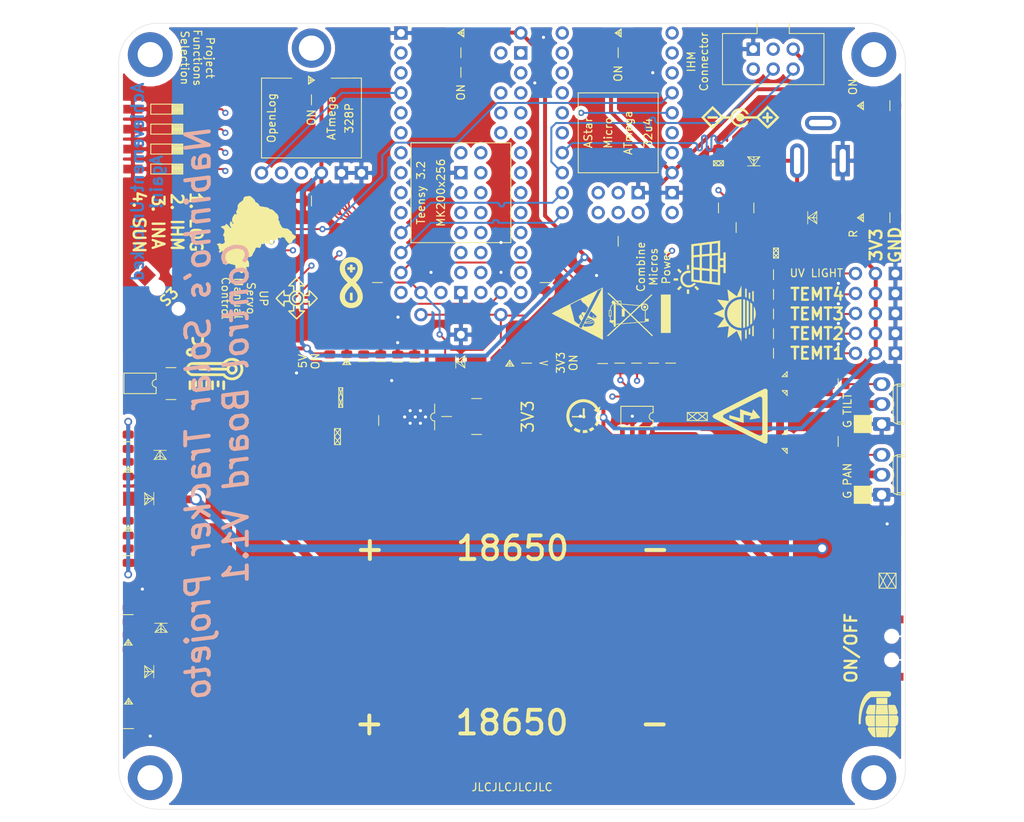
<source format=kicad_pcb>
(kicad_pcb (version 20171130) (host pcbnew "(5.1.10)-1")
  (layers (0 F.Cu signal) (1 In1.Cu signal) (2 In2.Cu signal) (31 B.Cu signal) (34 B.Paste user) (35 F.Paste user) (36 B.SilkS user) (37 F.SilkS user) (38 B.Mask user) (39 F.Mask user) (44 Edge.Cuts user))
  (net 0 "")
  (net 1 "Net-(BT1-Pad1)")
  (net 2 GND)
  (net 3 VBAT1)
  (net 4 "Net-(BT2-Pad1)")
  (net 5 VS)
  (net 6 VDD)
  (net 7 +3V3)
  (net 8 VBUS)
  (net 9 "Net-(C5-Pad1)")
  (net 10 "Net-(C6-Pad1)")
  (net 11 SW)
  (net 12 BS)
  (net 13 "Net-(C8-Pad1)")
  (net 14 VPP)
  (net 15 A_SolarPanel)
  (net 16 +5V)
  (net 17 TEMT1)
  (net 18 TEMT2)
  (net 19 TEMT3)
  (net 20 TEMT4)
  (net 21 UV)
  (net 22 LM35)
  (net 23 5V)
  (net 24 "Net-(D1-Pad2)")
  (net 25 "Net-(D1-Pad1)")
  (net 26 "Net-(D4-Pad1)")
  (net 27 "Net-(D4-Pad2)")
  (net 28 VBAT2)
  (net 29 "Net-(D7-Pad1)")
  (net 30 "Net-(D8-Pad1)")
  (net 31 "Net-(D9-Pad2)")
  (net 32 "Net-(D10-Pad2)")
  (net 33 "Net-(D11-Pad2)")
  (net 34 "Net-(D11-Pad1)")
  (net 35 "Net-(D12-Pad1)")
  (net 36 "Net-(D14-Pad2)")
  (net 37 "Net-(D15-Pad2)")
  (net 38 "Net-(D16-Pad2)")
  (net 39 "Net-(D17-Pad2)")
  (net 40 Servo_Pan)
  (net 41 Servo_Tilt)
  (net 42 "Net-(J3-Pad3)")
  (net 43 "Net-(J5-Pad3)")
  (net 44 AStar_SCL)
  (net 45 AStar_SDA)
  (net 46 "Net-(J5-Pad6)")
  (net 47 A1)
  (net 48 A0)
  (net 49 Teensy_SDA)
  (net 50 Teensy_SCL)
  (net 51 "Net-(R11-Pad2)")
  (net 52 FB)
  (net 53 Teensy_RX1)
  (net 54 Teensy_TX1)
  (net 55 Teensy_Reset1)
  (net 56 Teensy_RX2)
  (net 57 Teensy_TX2)
  (net 58 Teensy_Reset2)
  (net 59 BT_A)
  (net 60 BT_M)
  (net 61 BT_C)
  (net 62 BT_B)
  (net 63 BT_D)
  (net 64 "Net-(S3-Pad7)")
  (net 65 "Net-(S3-Pad8)")
  (net 66 "Net-(SW1-Pad3)")
  (net 67 DIP1)
  (net 68 DIP2)
  (net 69 DIP3)
  (net 70 DIP4)
  (net 71 "Net-(U3-Pad9)")
  (net 72 "Net-(U3-Pad10)")
  (net 73 "Net-(U3-Pad18)")
  (net 74 "Net-(U3-Pad16)")
  (net 75 "Net-(U3-Pad14)")
  (net 76 "Net-(U3-Pad34)")
  (net 77 "Net-(U3-Pad35)")
  (net 78 "Net-(U3-Pad36)")
  (net 79 "Net-(U3-Pad37)")
  (net 80 "Net-(U3-Pad41)")
  (net 81 "Net-(U3-Pad42)")
  (net 82 "Net-(U3-Pad43)")
  (net 83 "Net-(U3-Pad46)")
  (net 84 "Net-(U3-Pad44)")
  (net 85 "Net-(U3-Pad47)")
  (net 86 "Net-(U3-Pad45)")
  (net 87 "Net-(U3-Pad51)")
  (net 88 "Net-(U3-Pad50)")
  (net 89 "Net-(U3-Pad49)")
  (net 90 "Net-(U3-Pad48)")
  (net 91 "Net-(U3-Pad52)")
  (net 92 "Net-(U3-Pad54)")
  (net 93 "Net-(U3-Pad32)")
  (net 94 "Net-(U3-Pad20)")
  (net 95 "Net-(U3-Pad30)")
  (net 96 "Net-(U3-Pad29)")
  (net 97 "Net-(U4-Pad7)")
  (net 98 "Net-(U4-Pad6)")
  (net 99 "Net-(U4-Pad5)")
  (net 100 "Net-(U4-Pad3)")
  (net 101 "Net-(U4-Pad2)")
  (net 102 "Net-(U6-Pad1)")
  (net 103 "Net-(U6-Pad2)")
  (net 104 "Net-(U6-Pad3)")
  (net 105 "Net-(U6-Pad4)")
  (net 106 "Net-(U6-Pad11)")
  (net 107 "Net-(U6-Pad14)")
  (net 108 "Net-(U6-Pad23)")
  (net 109 "Net-(U6-Pad25)")
  (net 110 "Net-(U6-Pad22)")
  (net 111 "Net-(U6-Pad26)")
  (net 112 "Net-(U6-Pad24)")
  (net 113 "Net-(C24-Pad1)")
  (net 114 "Net-(U3-Pad31)")
  (net 115 "Net-(BT3-Pad1)")
  (module Art:Arduino_Icon (layer F.Cu) (at 134.4 81 90)
    (fp_text reference G*** hide)
    (fp_text value LOGO hide)
  )
  (module Art:Electronic_Garbage_Icon (layer F.Cu) (at 171.2 84.95 90)
    (fp_text reference G*** hide)
    (fp_text value LOGO hide)
  )
  (module Art:ESD_Icon (layer F.Cu) (at 163.3 84.95 90)
    (fp_text reference G*** hide)
    (fp_text value LOGO hide)
  )
  (module Art:Sun_Icon (layer F.Cu) (at 183.3 84.95 90)
    (fp_text reference G*** hide)
    (fp_text value LOGO hide)
  )
  (module Art:Grenade_Icon (layer F.Cu) (at 201.6 136.2)
    (fp_text reference G*** hide)
    (fp_text value LOGO hide)
  )
  (module Art:Solar_Tracker_Icon (layer F.Cu) (at 178.85 79.05 90)
    (fp_text reference G*** hide)
    (fp_text value LOGO hide)
  )
  (module Art:Clock_Icon (layer F.Cu) (at 164.3 98 90)
    (fp_text reference G*** hide)
    (fp_text value LOGO hide)
  )
  (module Art:Current_Icon (layer F.Cu) (at 184 98 90)
    (fp_text reference G*** hide)
    (fp_text value LOGO hide)
  )
  (module Art:Temperature_Icon (layer F.Cu) (at 117.1 91.3 90)
    (fp_text reference G*** hide)
    (fp_text value LOGO hide)
  )
  (module Art:Brazil_Icon (layer F.Cu) (at 122.5 74.9 90)
    (fp_text reference G*** hide)
    (fp_text value LOGO hide)
  )
  (module Art:Joystick_Icon (layer F.Cu) (at 127.6 83)
    (fp_text reference G*** hide)
    (fp_text value LOGO hide)
  )
  (module Art:Nabo_Icon (layer F.Cu) (at 135.5 72.5 90)
    (fp_text reference G*** hide)
    (fp_text value LOGO hide)
    (fp_poly (pts (xy 0.927275 -3.258071) (xy 1.021616 -3.230586) (xy 1.109079 -3.185791) (xy 1.186663 -3.125064) (xy 1.251364 -3.049783) (xy 1.30018 -2.961324) (xy 1.330109 -2.861066) (xy 1.337388 -2.802068) (xy 1.334185 -2.693041) (xy 1.309043 -2.593149) (xy 1.260747 -2.499124) (xy 1.192407 -2.412362) (xy 1.161957 -2.376563) (xy 1.144884 -2.34581) (xy 1.13617 -2.308588) (xy 1.132583 -2.275151) (xy 1.129226 -2.23173) (xy 1.130081 -2.207907) (xy 1.137129 -2.197845) (xy 1.152348 -2.195714) (xy 1.159527 -2.195756) (xy 1.180014 -2.199767) (xy 1.198612 -2.214433) (xy 1.219978 -2.244477) (xy 1.238091 -2.275437) (xy 1.268802 -2.322204) (xy 1.310794 -2.376157) (xy 1.356294 -2.427491) (xy 1.368557 -2.440013) (xy 1.474154 -2.527863) (xy 1.590556 -2.594168) (xy 1.714779 -2.638867) (xy 1.843838 -2.6619) (xy 1.974751 -2.663206) (xy 2.104533 -2.642723) (xy 2.230201 -2.600391) (xy 2.348771 -2.536148) (xy 2.444272 -2.461987) (xy 2.471443 -2.438795) (xy 2.495392 -2.424505) (xy 2.524105 -2.416437) (xy 2.565569 -2.41191) (xy 2.599803 -2.409784) (xy 2.664549 -2.40386) (xy 2.716186 -2.392526) (xy 2.767023 -2.37273) (xy 2.786218 -2.363576) (xy 2.878038 -2.304629) (xy 2.955031 -2.227254) (xy 3.014226 -2.135556) (xy 3.052655 -2.033638) (xy 3.063023 -1.98107) (xy 3.065852 -1.873491) (xy 3.045687 -1.770338) (xy 3.004908 -1.674661) (xy 2.945893 -1.589511) (xy 2.871022 -1.51794) (xy 2.782672 -1.462999) (xy 2.683224 -1.427739) (xy 2.623821 -1.417753) (xy 2.579155 -1.411697) (xy 2.548507 -1.401439) (xy 2.521632 -1.381734) (xy 2.490116 -1.349331) (xy 2.442641 -1.303362) (xy 2.389243 -1.260449) (xy 2.335546 -1.224317) (xy 2.287175 -1.198689) (xy 2.249755 -1.18729) (xy 2.244978 -1.187035) (xy 2.201846 -1.19836) (xy 2.171096 -1.22897) (xy 2.157387 -1.27382) (xy 2.157086 -1.282219) (xy 2.161305 -1.314052) (xy 2.177856 -1.339226) (xy 2.20495 -1.361883) (xy 2.233693 -1.385739) (xy 2.274135 -1.422571) (xy 2.320361 -1.466875) (xy 2.356385 -1.50283) (xy 2.459956 -1.608241) (xy 2.545062 -1.608241) (xy 2.638729 -1.61892) (xy 2.719649 -1.649556) (xy 2.785585 -1.698051) (xy 2.834299 -1.762304) (xy 2.863554 -1.840215) (xy 2.871454 -1.914573) (xy 2.859851 -2.001408) (xy 2.827163 -2.076491) (xy 2.775961 -2.137666) (xy 2.708817 -2.182773) (xy 2.628301 -2.209658) (xy 2.536985 -2.216161) (xy 2.51401 -2.214476) (xy 2.425447 -2.205582) (xy 2.354039 -2.277562) (xy 2.289558 -2.337709) (xy 2.229279 -2.381888) (xy 2.164296 -2.416038) (xy 2.118794 -2.434388) (xy 2.002473 -2.464907) (xy 1.885821 -2.470053) (xy 1.804471 -2.458911) (xy 1.684672 -2.422243) (xy 1.580629 -2.365494) (xy 1.492197 -2.288552) (xy 1.419227 -2.191302) (xy 1.390475 -2.139038) (xy 1.36517 -2.090981) (xy 1.341453 -2.050846) (xy 1.323153 -2.024935) (xy 1.31809 -2.019874) (xy 1.292906 -2.010143) (xy 1.254408 -2.004494) (xy 1.237968 -2.003919) (xy 1.189037 -1.999952) (xy 1.134278 -1.989939) (xy 1.113112 -1.984381) (xy 1.067182 -1.966754) (xy 1.03447 -1.941586) (xy 1.008299 -1.908129) (xy 0.976453 -1.864626) (xy 0.938533 -1.81661) (xy 0.91861 -1.792871) (xy 0.889895 -1.757461) (xy 0.874728 -1.728911) (xy 0.868839 -1.695796) (xy 0.86794 -1.657267) (xy 0.86794 -1.580207) (xy 0.909422 -1.60727) (xy 0.971314 -1.644646) (xy 1.049728 -1.687523) (xy 1.137363 -1.73223) (xy 1.226916 -1.775099) (xy 1.311088 -1.812457) (xy 1.34652 -1.826992) (xy 1.420245 -1.858138) (xy 1.472504 -1.8849) (xy 1.506596 -1.909086) (xy 1.518004 -1.920955) (xy 1.570119 -1.977948) (xy 1.636403 -2.039922) (xy 1.711122 -2.102407) (xy 1.788539 -2.160936) (xy 1.862921 -2.211038) (xy 1.928532 -2.248246) (xy 1.951425 -2.258678) (xy 1.984133 -2.269374) (xy 2.008503 -2.267154) (xy 2.028008 -2.257815) (xy 2.05886 -2.231815) (xy 2.078008 -2.204486) (xy 2.086904 -2.1666) (xy 2.074753 -2.130458) (xy 2.040204 -2.093963) (xy 1.981902 -2.05502) (xy 1.981288 -2.054665) (xy 1.929349 -2.02393) (xy 1.899737 -2.003838) (xy 1.892206 -1.993111) (xy 1.906509 -1.990471) (xy 1.942398 -1.994641) (xy 1.970587 -1.999261) (xy 2.035043 -2.009175) (xy 2.110307 -2.019002) (xy 2.18919 -2.027982) (xy 2.264498 -2.035351) (xy 2.32904 -2.040348) (xy 2.375625 -2.042211) (xy 2.376003 -2.042211) (xy 2.424436 -2.032655) (xy 2.461155 -2.007605) (xy 2.483353 -1.97249) (xy 2.488226 -1.932739) (xy 2.472968 -1.893778) (xy 2.460214 -1.879268) (xy 2.444306 -1.867534) (xy 2.4221 -1.858605) (xy 2.388866 -1.851487) (xy 2.339874 -1.845182) (xy 2.270392 -1.838695) (xy 2.265566 -1.838286) (xy 2.201653 -1.832082) (xy 2.132624 -1.824009) (xy 2.062005 -1.814652) (xy 1.993323 -1.804596) (xy 1.930103 -1.794427) (xy 1.875871 -1.784729) (xy 1.834153 -1.776089) (xy 1.808475 -1.76909) (xy 1.802363 -1.764319) (xy 1.810233 -1.762713) (xy 1.837333 -1.756454) (xy 1.878992 -1.742145) (xy 1.929335 -1.722349) (xy 1.982487 -1.699631) (xy 2.032573 -1.676553) (xy 2.073716 -1.655681) (xy 2.100042 -1.639576) (xy 2.106117 -1.633606) (xy 2.119238 -1.586663) (xy 2.111302 -1.541365) (xy 2.085163 -1.507057) (xy 2.063316 -1.491667) (xy 2.042531 -1.483893) (xy 2.017365 -1.484244) (xy 1.982379 -1.493227) (xy 1.93213 -1.511352) (xy 1.898272 -1.524515) (xy 1.767868 -1.569801) (xy 1.633659 -1.605733) (xy 1.506711 -1.629421) (xy 1.486836 -1.631999) (xy 1.441534 -1.636627) (xy 1.407698 -1.636343) (xy 1.375903 -1.629461) (xy 1.336729 -1.614295) (xy 1.302401 -1.598995) (xy 1.248897 -1.573232) (xy 1.183609 -1.539585) (xy 1.116623 -1.503331) (xy 1.080505 -1.482921) (xy 0.954829 -1.410472) (xy 1.003099 -1.368746) (xy 1.059116 -1.332303) (xy 1.128028 -1.304616) (xy 1.197555 -1.290212) (xy 1.218945 -1.289146) (xy 1.282884 -1.297481) (xy 1.352354 -1.319558) (xy 1.414923 -1.350979) (xy 1.436239 -1.365974) (xy 1.478654 -1.396282) (xy 1.51385 -1.410123) (xy 1.549682 -1.407837) (xy 1.594005 -1.389767) (xy 1.623259 -1.374111) (xy 1.674844 -1.348358) (xy 1.72866 -1.326157) (xy 1.767789 -1.313765) (xy 1.830692 -1.291163) (xy 1.871236 -1.259448) (xy 1.888474 -1.21943) (xy 1.889045 -1.209758) (xy 1.878411 -1.171129) (xy 1.851655 -1.136636) (xy 1.8165 -1.114455) (xy 1.795241 -1.110452) (xy 1.76417 -1.114822) (xy 1.718227 -1.126148) (xy 1.666181 -1.141755) (xy 1.616801 -1.158967) (xy 1.578855 -1.175108) (xy 1.572744 -1.178344) (xy 1.555075 -1.185484) (xy 1.535117 -1.18489) (xy 1.506451 -1.175071) (xy 1.462657 -1.154538) (xy 1.456052 -1.151269) (xy 1.350532 -1.112626) (xy 1.240362 -1.097581) (xy 1.129139 -1.105571) (xy 1.02046 -1.136035) (xy 0.917921 -1.188411) (xy 0.840913 -1.247345) (xy 0.79154 -1.291951) (xy 0.743584 -1.250942) (xy 0.600252 -1.119287) (xy 0.460735 -0.973823) (xy 0.330991 -0.821293) (xy 0.216978 -0.668439) (xy 0.179656 -0.612663) (xy 0.149002 -0.563312) (xy 0.114811 -0.505071) (xy 0.079193 -0.441928) (xy 0.04426 -0.37787) (xy 0.012121 -0.316886) (xy -0.015113 -0.262961) (xy -0.03533 -0.220085) (xy -0.046422 -0.192245) (xy -0.047443 -0.18359) (xy -0.034411 -0.186576) (xy -0.00463 -0.19948) (xy 0.036342 -0.219815) (xy 0.052521 -0.228347) (xy 0.111175 -0.257298) (xy 0.179786 -0.286277) (xy 0.262034 -0.316636) (xy 0.361596 -0.349729) (xy 0.482151 -0.386906) (xy 0.491203 -0.389616) (xy 0.642998 -0.445153) (xy 0.777725 -0.516501) (xy 0.851058 -0.566927) (xy 0.919834 -0.624284) (xy 0.988568 -0.691475) (xy 1.049907 -0.760795) (xy 1.095576 -0.823085) (xy 1.12651 -0.867385) (xy 1.153265 -0.892923) (xy 1.182009 -0.904274) (xy 1.207694 -0.906231) (xy 1.248494 -0.896843) (xy 1.275456 -0.8726) (xy 1.293435 -0.843901) (xy 1.300114 -0.814553) (xy 1.294228 -0.781163) (xy 1.274512 -0.740339) (xy 1.239702 -0.688689) (xy 1.188534 -0.622821) (xy 1.177102 -0.608719) (xy 1.072291 -0.498498) (xy 0.946799 -0.398357) (xy 0.804227 -0.310502) (xy 0.648177 -0.23714) (xy 0.482251 -0.180475) (xy 0.474105 -0.178214) (xy 0.403628 -0.157482) (xy 0.329992 -0.133545) (xy 0.263712 -0.109922) (xy 0.229233 -0.096267) (xy 0.181758 -0.074213) (xy 0.128797 -0.046394) (xy 0.075133 -0.015746) (xy 0.025544 0.0148) (xy -0.015187 0.042307) (xy -0.042281 0.063843) (xy -0.051055 0.075756) (xy -0.041218 0.087416) (xy -0.015526 0.108075) (xy 0.017628 0.131336) (xy 0.134904 0.216058) (xy 0.257741 0.317043) (xy 0.379974 0.428487) (xy 0.495439 0.544589) (xy 0.597972 0.659544) (xy 0.655352 0.731684) (xy 0.777727 0.912193) (xy 0.876903 1.096386) (xy 0.952776 1.282961) (xy 1.005246 1.470617) (xy 1.03421 1.658055) (xy 1.039566 1.843972) (xy 1.021212 2.027069) (xy 0.979046 2.206045) (xy 0.912967 2.379598) (xy 0.822871 2.546429) (xy 0.800399 2.581226) (xy 0.698741 2.712789) (xy 0.581932 2.825652) (xy 0.452048 2.91814) (xy 0.311168 2.988576) (xy 0.280389 3.000407) (xy 0.213527 3.023209) (xy 0.14923 3.041175) (xy 0.083568 3.054682) (xy 0.012614 3.06411) (xy -0.067561 3.069836) (xy -0.160886 3.072239) (xy -0.27129 3.071699) (xy -0.402701 3.068594) (xy -0.421206 3.068032) (xy -0.59917 3.063032) (xy -0.753846 3.059851) (xy -0.88741 3.058522) (xy -1.002038 3.059079) (xy -1.099908 3.061556) (xy -1.183196 3.065986) (xy -1.254078 3.072402) (xy -1.314731 3.080839) (xy -1.321055 3.081924) (xy -1.523066 3.124239) (xy -1.706431 3.177527) (xy -1.811682 3.216172) (xy -1.886649 3.244047) (xy -1.944648 3.260236) (xy -1.991024 3.265451) (xy -2.03112 3.260406) (xy -2.061989 3.249584) (xy -2.107607 3.219437) (xy -2.14655 3.175582) (xy -2.171331 3.127192) (xy -2.175284 3.110805) (xy -2.1804 3.07759) (xy -2.187721 3.029323) (xy -2.1957 2.976203) (xy -2.196033 2.97397) (xy -2.21056 2.888184) (xy -2.228608 2.805438) (xy -2.252218 2.717586) (xy -2.283428 2.616484) (xy -2.292617 2.588306) (xy -2.312124 2.527512) (xy -2.323915 2.48544) (xy -2.328858 2.45677) (xy -2.327823 2.436184) (xy -2.321677 2.418361) (xy -2.320702 2.416292) (xy -2.292493 2.382156) (xy -2.253631 2.364954) (xy -2.211662 2.364996) (xy -2.17413 2.382592) (xy -2.152453 2.409356) (xy -2.13126 2.458499) (xy -2.107567 2.526108) (xy -2.082802 2.606621) (xy -2.058393 2.694476) (xy -2.035769 2.784111) (xy -2.016356 2.869964) (xy -2.001585 2.946472) (xy -1.992882 3.008074) (xy -1.991156 3.037567) (xy -1.988942 3.065045) (xy -1.979823 3.072452) (xy -1.968819 3.069162) (xy -1.739824 2.983517) (xy -1.49439 2.917313) (xy -1.352965 2.889293) (xy -1.267026 2.878203) (xy -1.156426 2.870538) (xy -1.021804 2.866308) (xy -0.863795 2.86552) (xy -0.683038 2.868184) (xy -0.480169 2.874307) (xy -0.414824 2.876831) (xy -0.279571 2.880937) (xy -0.165718 2.881189) (xy -0.069393 2.877349) (xy 0.013274 2.86918) (xy 0.086153 2.856443) (xy 0.140309 2.84272) (xy 0.195553 2.826726) (xy -0.013907 2.706913) (xy -0.081878 2.667547) (xy -0.143805 2.630775) (xy -0.195598 2.599096) (xy -0.233166 2.575011) (xy -0.252085 2.561325) (xy -0.275472 2.525754) (xy -0.279085 2.484976) (xy -0.265636 2.445868) (xy -0.237836 2.415308) (xy -0.198397 2.400175) (xy -0.188321 2.399598) (xy -0.167211 2.405979) (xy -0.127074 2.424159) (xy -0.070712 2.452697) (xy -0.000922 2.490152) (xy 0.079495 2.535082) (xy 0.121509 2.559146) (xy 0.197757 2.602898) (xy 0.266869 2.642068) (xy 0.325731 2.67493) (xy 0.371228 2.699758) (xy 0.400244 2.714826) (xy 0.409464 2.718694) (xy 0.425178 2.709761) (xy 0.453067 2.685986) (xy 0.488693 2.651907) (xy 0.527612 2.612061) (xy 0.565386 2.570985) (xy 0.597573 2.533215) (xy 0.618612 2.505014) (xy 0.654195 2.450883) (xy 0.600851 2.380229) (xy 0.521525 2.293736) (xy 0.421572 2.215008) (xy 0.305394 2.146781) (xy 0.177391 2.091791) (xy 0.09504 2.065821) (xy 0.038578 2.052478) (xy -0.01898 2.043862) (xy -0.085671 2.039116) (xy -0.16953 2.037388) (xy -0.172311 2.037374) (xy -0.227948 2.037573) (xy -0.2765 2.039386) (xy -0.321595 2.043801) (xy -0.366858 2.051805) (xy -0.415918 2.064384) (xy -0.472399 2.082526) (xy -0.539929 2.107218) (xy -0.622133 2.139446) (xy -0.722639 2.180199) (xy -0.773211 2.200927) (xy -0.897078 2.249386) (xy -1.002448 2.28484) (xy -1.092551 2.307689) (xy -1.170614 2.318333) (xy -1.239866 2.317171) (xy -1.303537 2.304602) (xy -1.364854 2.281027) (xy -1.376099 2.27554) (xy -1.445831 2.231152) (xy -1.513254 2.171814) (xy -1.570329 2.10539) (xy -1.602236 2.054232) (xy -1.624718 2.005122) (xy -1.641994 1.954776) (xy -1.654679 1.898947) (xy -1.66339 1.833388) (xy -1.668741 1.753851) (xy -1.671348 1.656089) (xy -1.671871 1.573769) (xy -1.673313 1.449737) (xy -1.678034 1.347675) (xy -1.686934 1.264136) (xy -1.700908 1.195673) (xy -1.720854 1.138839) (xy -1.747668 1.090189) (xy -1.782247 1.046276) (xy -1.8186 1.009929) (xy -1.911864 0.940725) (xy -2.016243 0.893173) (xy -2.128496 0.867817) (xy -2.245382 0.865201) (xy -2.363658 0.88587) (xy -2.428567 0.907532) (xy -2.490026 0.936927) (xy -2.561574 0.979251) (xy -2.635419 1.029212) (xy -2.703767 1.081522) (xy -2.758826 1.130889) (xy -2.761328 1.133428) (xy -2.823108 1.196634) (xy -2.78411 1.289451) (xy -2.752542 1.357645) (xy -2.70979 1.438094) (xy -2.65479 1.532602) (xy -2.586479 1.642978) (xy -2.503793 1.771028) (xy -2.473791 1.816533) (xy -2.421815 1.896643) (xy -2.384235 1.959326) (xy -2.36014 2.007586) (xy -2.348616 2.044423) (xy -2.348751 2.072839) (xy -2.359632 2.095836) (xy -2.380347 2.116415) (xy -2.382173 2.117868) (xy -2.408094 2.135417) (xy -2.432082 2.143464) (xy -2.456281 2.140241) (xy -2.482835 2.12398) (xy -2.513886 2.092914) (xy -2.551578 2.045274) (xy -2.598054 1.979294) (xy -2.655457 1.893204) (xy -2.656523 1.891582) (xy -2.705677 1.816082) (xy -2.754343 1.740092) (xy -2.799162 1.668945) (xy -2.836776 1.607976) (xy -2.863826 1.56252) (xy -2.865295 1.559956) (xy -2.952591 1.388786) (xy -3.015394 1.223499) (xy -3.053786 1.063055) (xy -3.067845 0.906414) (xy -3.05765 0.752539) (xy -3.023282 0.600388) (xy -2.96482 0.448923) (xy -2.952321 0.422822) (xy -2.856779 0.256582) (xy -2.742864 0.107379) (xy -2.611877 -0.02402) (xy -2.465116 -0.136845) (xy -2.303882 -0.230329) (xy -2.129475 -0.303703) (xy -1.943195 -0.356198) (xy -1.746342 -0.387047) (xy -1.5677 -0.395678) (xy -1.499137 -0.395304) (xy -1.451307 -0.39375) (xy -1.419421 -0.39037) (xy -1.398692 -0.384519) (xy -1.384329 -0.37555) (xy -1.378492 -0.370151) (xy -1.356803 -0.332143) (xy -1.354318 -0.287384) (xy -1.370754 -0.245611) (xy -1.382506 -0.231973) (xy -1.399022 -0.219014) (xy -1.419108 -0.210819) (xy -1.448682 -0.206332) (xy -1.493664 -0.204495) (xy -1.537998 -0.204221) (xy -1.596963 -0.202974) (xy -1.661237 -0.199579) (xy -1.725851 -0.194557) (xy -1.785836 -0.18843) (xy -1.836223 -0.181718) (xy -1.872044 -0.174942) (xy -1.888329 -0.168622) (xy -1.888804 -0.167451) (xy -1.878146 -0.159136) (xy -1.848369 -0.140091) (xy -1.802559 -0.112177) (xy -1.743803 -0.07726) (xy -1.675186 -0.037202) (xy -1.630337 -0.011344) (xy -1.539133 0.041616) (xy -1.468306 0.084519) (xy -1.415664 0.119235) (xy -1.379015 0.147631) (xy -1.356166 0.171578) (xy -1.344924 0.192945) (xy -1.343096 0.213601) (xy -1.346785 0.230386) (xy -1.368094 0.266648) (xy -1.401627 0.29459) (xy -1.437777 0.306312) (xy -1.439153 0.306332) (xy -1.457436 0.300104) (xy -1.494748 0.282468) (xy -1.548133 0.254994) (xy -1.61464 0.219253) (xy -1.691314 0.176817) (xy -1.775201 0.129256) (xy -1.812437 0.107804) (xy -2.155402 -0.090724) (xy -2.21049 -0.062828) (xy -2.355604 0.023281) (xy -2.487523 0.126893) (xy -2.603924 0.245239) (xy -2.702482 0.375547) (xy -2.780874 0.515047) (xy -2.836776 0.660967) (xy -2.846227 0.69522) (xy -2.856201 0.74253) (xy -2.864203 0.795992) (xy -2.869812 0.849804) (xy -2.872605 0.898166) (xy -2.872161 0.935277) (xy -2.868057 0.955336) (xy -2.865297 0.957287) (xy -2.852872 0.949816) (xy -2.826411 0.930175) (xy -2.791502 0.902522) (xy -2.789465 0.900865) (xy -2.658217 0.807183) (xy -2.524279 0.737176) (xy -2.388977 0.691065) (xy -2.25364 0.669068) (xy -2.119594 0.671407) (xy -1.988165 0.698301) (xy -1.865191 0.747677) (xy -1.752884 0.813477) (xy -1.662796 0.887354) (xy -1.592121 0.972346) (xy -1.538052 1.071489) (xy -1.517556 1.123905) (xy -1.508493 1.151854) (xy -1.501325 1.180394) (xy -1.495705 1.213277) (xy -1.491285 1.25426) (xy -1.487718 1.307094) (xy -1.484656 1.375534) (xy -1.481751 1.463335) (xy -1.479808 1.531658) (xy -1.476672 1.626684) (xy -1.472783 1.713874) (xy -1.468383 1.78942) (xy -1.463713 1.849513) (xy -1.459016 1.890345) (xy -1.456087 1.904678) (xy -1.427736 1.965039) (xy -1.383655 2.024897) (xy -1.331817 2.074262) (xy -1.307698 2.090617) (xy -1.276788 2.106226) (xy -1.246057 2.11442) (xy -1.206445 2.116726) (xy -1.161198 2.115305) (xy -1.122639 2.112402) (xy -1.086223 2.106756) (xy -1.046926 2.096872) (xy -0.999726 2.081254) (xy -0.939602 2.058406) (xy -0.861529 2.026834) (xy -0.854866 2.024096) (xy -0.715603 1.968052) (xy -0.595843 1.922862) (xy -0.492363 1.887751) (xy -0.401941 1.861946) (xy -0.321353 1.844672) (xy -0.247378 1.835155) (xy -0.176791 1.832621) (xy -0.106371 1.836297) (xy -0.082993 1.838698) (xy 0.102683 1.869659) (xy 0.270693 1.918541) (xy 0.421941 1.985749) (xy 0.557331 2.071687) (xy 0.677767 2.176761) (xy 0.682385 2.181469) (xy 0.714672 2.213475) (xy 0.740137 2.236675) (xy 0.753612 2.246379) (xy 0.753999 2.246432) (xy 0.7619 2.23497) (xy 0.773959 2.204393) (xy 0.788415 2.160419) (xy 0.803504 2.108766) (xy 0.817463 2.055149) (xy 0.828528 2.005287) (xy 0.828795 2.00392) (xy 0.838505 1.940257) (xy 0.843804 1.875922) (xy 0.844694 1.816768) (xy 0.841175 1.768652) (xy 0.833249 1.73743) (xy 0.828735 1.730881) (xy 0.813936 1.720956) (xy 0.779478 1.699814) (xy 0.727854 1.668924) (xy 0.661557 1.629757) (xy 0.58308 1.583784) (xy 0.494914 1.532476) (xy 0.399552 1.477303) (xy 0.373136 1.462073) (xy 0.276446 1.405972) (xy 0.186537 1.353038) (xy 0.10587 1.304775) (xy 0.036902 1.262689) (xy -0.017907 1.228286) (xy -0.0561 1.203069) (xy -0.075216 1.188545) (xy -0.076789 1.18665) (xy -0.089333 1.14107) (xy -0.080941 1.098685) (xy -0.055036 1.065622) (xy -0.015045 1.048012) (xy 0.001462 1.046633) (xy 0.023951 1.053208) (xy 0.066738 1.07241) (xy 0.128398 1.103458) (xy 0.207508 1.145573) (xy 0.302643 1.197972) (xy 0.412379 1.259875) (xy 0.535291 1.3305) (xy 0.669955 1.409067) (xy 0.76864 1.467299) (xy 0.816124 1.49544) (xy 0.795981 1.427393) (xy 0.725341 1.233397) (xy 0.630444 1.045788) (xy 0.511944 0.865376) (xy 0.370495 0.69297) (xy 0.206751 0.52938) (xy 0.021365 0.375415) (xy -0.153166 0.252438) (xy -0.3307 0.145679) (xy -0.521704 0.047709) (xy -0.717606 -0.037474) (xy -0.909837 -0.105873) (xy -0.943117 -0.116014) (xy -1.010044 -0.139425) (xy -1.054171 -0.164045) (xy -1.078213 -0.191907) (xy -1.084924 -0.222323) (xy -1.07847 -0.267728) (xy -1.055924 -0.298481) (xy -1.031897 -0.313733) (xy -1.010963 -0.322813) (xy -0.989819 -0.325759) (xy -0.961341 -0.32213) (xy -0.918402 -0.311486) (xy -0.896233 -0.305348) (xy -0.720022 -0.248634) (xy -0.54061 -0.177152) (xy -0.498619 -0.158377) (xy -0.452237 -0.137945) (xy -0.415403 -0.123168) (xy -0.393616 -0.116185) (xy -0.390162 -0.116179) (xy -0.389115 -0.130374) (xy -0.39094 -0.16328) (xy -0.395239 -0.208292) (xy -0.396224 -0.216985) (xy -0.405994 -0.339235) (xy -0.409676 -0.478195) (xy -0.409258 -0.508183) (xy -0.216687 -0.508183) (xy -0.215716 -0.443164) (xy -0.213561 -0.389357) (xy -0.210218 -0.351121) (xy -0.205685 -0.332818) (xy -0.204221 -0.331859) (xy -0.192156 -0.341817) (xy -0.191457 -0.346623) (xy -0.185135 -0.365078) (xy -0.16776 -0.401016) (xy -0.141722 -0.450216) (xy -0.109409 -0.508458) (xy -0.07321 -0.571522) (xy -0.035513 -0.635188) (xy 0.001291 -0.695235) (xy 0.034816 -0.747444) (xy 0.038861 -0.753514) (xy 0.129742 -0.880872) (xy 0.231247 -1.00866) (xy 0.338742 -1.13172) (xy 0.447595 -1.244892) (xy 0.553174 -1.343015) (xy 0.611414 -1.391256) (xy 0.660673 -1.432688) (xy 0.687916 -1.462361) (xy 0.693594 -1.480603) (xy 0.687578 -1.504909) (xy 0.681367 -1.542034) (xy 0.679794 -1.553995) (xy 0.673307 -1.587106) (xy 0.664824 -1.606306) (xy 0.661506 -1.608241) (xy 0.643896 -1.604919) (xy 0.609707 -1.596269) (xy 0.572453 -1.585904) (xy 0.531058 -1.573058) (xy 0.504795 -1.559811) (xy 0.486165 -1.539546) (xy 0.467669 -1.505649) (xy 0.457559 -1.484538) (xy 0.39815 -1.386511) (xy 0.321794 -1.303618) (xy 0.232004 -1.237981) (xy 0.132292 -1.191722) (xy 0.026169 -1.16696) (xy -0.071769 -1.164798) (xy -0.150302 -1.171102) (xy -0.170636 -1.067385) (xy -0.182158 -1.002387) (xy -0.19371 -0.927039) (xy -0.202999 -0.856413) (xy -0.203873 -0.848794) (xy -0.208782 -0.793139) (xy -0.21252 -0.72689) (xy -0.215086 -0.654407) (xy -0.216476 -0.58005) (xy -0.216687 -0.508183) (xy -0.409258 -0.508183) (xy -0.407606 -0.626684) (xy -0.400119 -0.777523) (xy -0.387551 -0.923532) (xy -0.370238 -1.057531) (xy -0.352367 -1.155125) (xy -0.333051 -1.244472) (xy -0.367556 -1.269577) (xy -0.449619 -1.344487) (xy -0.514917 -1.435446) (xy -0.561464 -1.537778) (xy -0.587275 -1.646806) (xy -0.589847 -1.739272) (xy -0.392387 -1.739272) (xy -0.392005 -1.668397) (xy -0.382829 -1.614319) (xy -0.368479 -1.57626) (xy -0.347294 -1.534732) (xy -0.323404 -1.496319) (xy -0.30094 -1.467604) (xy -0.284032 -1.455171) (xy -0.282918 -1.455075) (xy -0.274167 -1.466221) (xy -0.25935 -1.496136) (xy -0.240951 -1.539536) (xy -0.230387 -1.566759) (xy -0.195937 -1.650692) (xy -0.151813 -1.746979) (xy -0.102104 -1.847485) (xy -0.0509 -1.944077) (xy -0.002288 -2.028621) (xy 0.018622 -2.062069) (xy 0.076037 -2.150703) (xy 0.07631 -2.307731) (xy 0.080661 -2.429469) (xy 0.092986 -2.531638) (xy 0.112878 -2.613361) (xy 0.139932 -2.67376) (xy 0.173741 -2.711957) (xy 0.213898 -2.727072) (xy 0.259998 -2.718229) (xy 0.265173 -2.715872) (xy 0.300048 -2.687887) (xy 0.315034 -2.646122) (xy 0.31046 -2.589259) (xy 0.303394 -2.562536) (xy 0.286461 -2.506476) (xy 0.275876 -2.466696) (xy 0.273318 -2.443446) (xy 0.280469 -2.436975) (xy 0.299009 -2.447531) (xy 0.330619 -2.475364) (xy 0.37698 -2.520722) (xy 0.438486 -2.58256) (xy 0.511228 -2.654765) (xy 0.569418 -2.709364) (xy 0.615576 -2.747731) (xy 0.652219 -2.771242) (xy 0.681866 -2.781272) (xy 0.707034 -2.779196) (xy 0.730242 -2.766389) (xy 0.747264 -2.751183) (xy 0.77239 -2.719388) (xy 0.780824 -2.687949) (xy 0.771459 -2.653469) (xy 0.74319 -2.612555) (xy 0.694911 -2.561809) (xy 0.681399 -2.548899) (xy 0.584205 -2.457152) (xy 0.639917 -2.447793) (xy 0.692048 -2.430089) (xy 0.72662 -2.399172) (xy 0.740221 -2.358208) (xy 0.740302 -2.354554) (xy 0.733399 -2.308153) (xy 0.71128 -2.276974) (xy 0.671832 -2.259897) (xy 0.612938 -2.255804) (xy 0.561298 -2.259797) (xy 0.501133 -2.266758) (xy 0.458409 -2.269403) (xy 0.427136 -2.264982) (xy 0.401324 -2.250747) (xy 0.374982 -2.223947) (xy 0.342121 -2.181834) (xy 0.316203 -2.147303) (xy 0.169188 -1.933059) (xy 0.045949 -1.712448) (xy -0.047045 -1.501751) (xy -0.065366 -1.45052) (xy -0.078279 -1.406907) (xy -0.084052 -1.377194) (xy -0.083595 -1.369151) (xy -0.066768 -1.358307) (xy -0.032198 -1.356882) (xy 0.014435 -1.364147) (xy 0.067449 -1.379374) (xy 0.102111 -1.392965) (xy 0.174589 -1.434557) (xy 0.231531 -1.490616) (xy 0.275713 -1.564593) (xy 0.306006 -1.646457) (xy 0.320909 -1.68795) (xy 0.339814 -1.716234) (xy 0.368321 -1.735331) (xy 0.412027 -1.749262) (xy 0.463744 -1.759761) (xy 0.569516 -1.78956) (xy 0.665365 -1.839908) (xy 0.748053 -1.905599) (xy 0.827276 -1.995906) (xy 0.887039 -2.100408) (xy 0.925666 -2.214982) (xy 0.941479 -2.335507) (xy 0.941234 -2.380258) (xy 0.940676 -2.42299) (xy 0.945682 -2.449564) (xy 0.95938 -2.469236) (xy 0.976432 -2.484362) (xy 1.041609 -2.541179) (xy 1.087676 -2.59037) (xy 1.117618 -2.637093) (xy 1.13442 -2.686507) (xy 1.141067 -2.743772) (xy 1.141551 -2.769749) (xy 1.130138 -2.858225) (xy 1.097626 -2.93436) (xy 1.046435 -2.995733) (xy 0.978987 -3.039923) (xy 0.897703 -3.064509) (xy 0.842412 -3.068845) (xy 0.770334 -3.06311) (xy 0.709375 -3.043447) (xy 0.65171 -3.006432) (xy 0.606198 -2.965504) (xy 0.548863 -2.908981) (xy 0.423923 -2.917586) (xy 0.300234 -2.918284) (xy 0.19184 -2.901168) (xy 0.094492 -2.864848) (xy 0.003944 -2.807935) (xy -0.049551 -2.762711) (xy -0.129061 -2.672415) (xy -0.187119 -2.570116) (xy -0.222939 -2.458793) (xy -0.235736 -2.341426) (xy -0.224727 -2.220994) (xy -0.209016 -2.157085) (xy -0.198593 -2.119085) (xy -0.192362 -2.08989) (xy -0.191595 -2.082589) (xy -0.199862 -2.066056) (xy -0.222009 -2.036846) (xy -0.253846 -2.000312) (xy -0.266434 -1.98686) (xy -0.304496 -1.9445) (xy -0.3379 -1.903024) (xy -0.360565 -1.870087) (xy -0.363561 -1.864639) (xy -0.382618 -1.808413) (xy -0.392387 -1.739272) (xy -0.589847 -1.739272) (xy -0.590364 -1.757853) (xy -0.587156 -1.786789) (xy -0.567011 -1.870509) (xy -0.532094 -1.956767) (xy -0.4872 -2.035095) (xy -0.453753 -2.078116) (xy -0.406863 -2.130017) (xy -0.420417 -2.203332) (xy -0.432299 -2.335812) (xy -0.42026 -2.467873) (xy -0.385735 -2.596171) (xy -0.330162 -2.717362) (xy -0.254979 -2.828103) (xy -0.161622 -2.925048) (xy -0.085027 -2.983716) (xy -0.003872 -3.033396) (xy 0.07222 -3.068598) (xy 0.151196 -3.091795) (xy 0.241001 -3.105461) (xy 0.324196 -3.111118) (xy 0.476081 -3.117654) (xy 0.541181 -3.167365) (xy 0.633009 -3.222894) (xy 0.729969 -3.255602) (xy 0.829058 -3.266869) (xy 0.927275 -3.258071)) (layer F.Cu) (width 0.01))
  )
  (module CD54:CD32 (layer F.Cu) (at 133.223 95.631 270)
    (fp_text reference L1)
    (fp_text value 3,3uH)
    (pad 1 smd rect (at 0 -1.5 270) (size 3.2 2) (layers F.Cu F.Paste F.Mask) (net 11 SW))
    (pad 2 smd rect (at 0 1.5 270) (size 3.2 2) (layers F.Cu F.Paste F.Mask) (net 13 "Net-(C8-Pad1)"))
  )
  (module Capacitor_SMD:C_0805_2012Metric (layer F.Cu) (at 159.2 81 90)
    (fp_text reference C11)
    (fp_text value 1uF)
    (pad 1 smd roundrect (at -0.95 0 90) (size 1 1.45) (layers F.Cu F.Paste F.Mask) (net 115 "Net-(BT3-Pad1)"))
    (pad 2 smd roundrect (at 0.95 0 90) (size 1 1.45) (layers F.Cu F.Paste F.Mask) (net 2 GND))
  )
  (module LED_SMD:LED_0805_2012Metric (layer F.Cu) (at 106.2 104.75 270)
    (fp_text reference D7)
    (fp_text value B)
    (pad 1 smd roundrect (at -0.9375 0 270) (size 0.975 1.4) (layers F.Cu F.Paste F.Mask) (net 29 "Net-(D7-Pad1)"))
    (pad 2 smd roundrect (at 0.9375 0 270) (size 0.975 1.4) (layers F.Cu F.Paste F.Mask) (net 28 VBAT2))
  )
  (module Fuse:Fuse_0805_2012Metric (layer F.Cu) (at 159.031 91.251 270)
    (fp_text reference F2)
    (fp_text value Fuse)
    (pad 1 smd roundrect (at -0.9375 0 270) (size 0.975 1.4) (layers F.Cu F.Paste F.Mask) (net 7 +3V3))
    (pad 2 smd roundrect (at 0.9375 0 270) (size 0.975 1.4) (layers F.Cu F.Paste F.Mask) (net 113 "Net-(C24-Pad1)"))
  )
  (module Package_TO_SOT_SMD:SOT-223-3_TabPin2 (layer F.Cu) (at 156.972 98.044)
    (fp_text reference U7)
    (fp_text value AMS1117-3.3)
    (pad 2 smd rect (at 3.15 0) (size 2 3.8) (layers F.Cu F.Paste F.Mask) (net 113 "Net-(C24-Pad1)"))
    (pad 2 smd rect (at -3.15 0) (size 2 1.5) (layers F.Cu F.Paste F.Mask) (net 113 "Net-(C24-Pad1)"))
    (pad 3 smd rect (at -3.15 2.3) (size 2 1.5) (layers F.Cu F.Paste F.Mask) (net 8 VBUS))
    (pad 1 smd rect (at -3.15 -2.3) (size 2 1.5) (layers F.Cu F.Paste F.Mask) (net 2 GND))
  )
  (module Connector_PinSocket_2.54mm:OpenLog (layer F.Cu) (at 129.5 48)
    (fp_text reference U5)
    (fp_text value OpenLog)
    (fp_text user OpenLog (at -5.08 12.065 90) (layer F.SilkS))
    (fp_text user ATmega (at 2.54 12.065 90) (layer F.SilkS))
    (fp_text user 328P (at 4.8 12.1 90) (layer F.SilkS))
    (pad 1 thru_hole oval (at -6.35 19.05 90) (size 1.7 1.7) (drill 1) (layers *.Cu *.Mask) (net 55 Teensy_Reset1))
    (pad 2 thru_hole oval (at -3.81 19.05 90) (size 1.7 1.7) (drill 1) (layers *.Cu *.Mask) (net 54 Teensy_TX1))
    (pad 3 thru_hole oval (at -1.27 19.05 90) (size 1.7 1.7) (drill 1) (layers *.Cu *.Mask) (net 53 Teensy_RX1))
    (pad 4 thru_hole oval (at 1.27 19.05 90) (size 1.7 1.7) (drill 1) (layers *.Cu *.Mask) (net 16 +5V))
    (pad 5 thru_hole rect (at 3.81 19.05 90) (size 1.7 1.7) (drill 1) (layers *.Cu *.Mask) (net 2 GND))
    (pad 6 thru_hole rect (at 6.35 19.05 90) (size 1.7 1.7) (drill 1) (layers *.Cu *.Mask) (net 2 GND))
    (pad "" thru_hole oval (at 0 3.175 90) (size 5 5) (drill 3.2) (layers *.Cu *.Mask) (clearance 0.5))
  )
  (module Art:Polarity_Icon (layer F.Cu) (at 184 60)
    (fp_text reference G*** hide)
    (fp_text value LOGO hide)
  )
  (module Button_Switch_SMD:SW_DIP_SPSTx04_Slide_9.78x12.34mm_W8.61mm_P2.54mm (layer F.Cu) (at 111.1 62.75 180)
    (fp_text reference SW2)
    (fp_text value SW_DIP_x04 hide)
    (pad 8 smd rect (at 4.305 -3.81 180) (size 2.44 1.12) (layers F.Cu F.Paste F.Mask) (net 2 GND))
    (pad 4 smd rect (at -4.305 3.81 180) (size 2.44 1.12) (layers F.Cu F.Paste F.Mask) (net 70 DIP4))
    (pad 7 smd rect (at 4.305 -1.27 180) (size 2.44 1.12) (layers F.Cu F.Paste F.Mask) (net 2 GND))
    (pad 3 smd rect (at -4.305 1.27 180) (size 2.44 1.12) (layers F.Cu F.Paste F.Mask) (net 69 DIP3))
    (pad 6 smd rect (at 4.305 1.27 180) (size 2.44 1.12) (layers F.Cu F.Paste F.Mask) (net 2 GND))
    (pad 2 smd rect (at -4.305 -1.27 180) (size 2.44 1.12) (layers F.Cu F.Paste F.Mask) (net 68 DIP2))
    (pad 5 smd rect (at 4.305 3.81 180) (size 2.44 1.12) (layers F.Cu F.Paste F.Mask) (net 2 GND))
    (pad 1 smd rect (at -4.305 -3.81 180) (size 2.44 1.12) (layers F.Cu F.Paste F.Mask) (net 67 DIP1))
  )
  (module Resistor_SMD:R_0805_2012Metric (layer F.Cu) (at 106.2 123.25 90)
    (fp_text reference R3)
    (fp_text value 1k)
    (pad 2 smd roundrect (at 0.9125 0 90) (size 1.025 1.4) (layers F.Cu F.Paste F.Mask) (roundrect_rratio 0.2439004878048781) (net 2 GND))
    (pad 1 smd roundrect (at -0.9125 0 90) (size 1.025 1.4) (layers F.Cu F.Paste F.Mask) (roundrect_rratio 0.2439004878048781) (net 30 "Net-(D8-Pad1)"))
  )
  (module MountingHole:MountingHole_3.2mm_M3_ISO7380_Pad_TopBottom (layer F.Cu) (at 201 52)
    (fp_text reference REF**)
    (fp_text value MountingHole_3.2mm_M3_ISO7380_Pad_TopBottom hide)
    (pad 1 thru_hole circle (at 0 0) (size 3.6 3.6) (drill 3.2) (layers *.Cu *.Mask))
    (pad 1 connect circle (at 0 0) (size 5.7 5.7) (layers F.Cu F.Mask))
    (pad 1 connect circle (at 0 0) (size 5.7 5.7) (layers B.Cu B.Mask))
  )
  (module MountingHole:MountingHole_3.2mm_M3_ISO7380_Pad_TopBottom (layer F.Cu) (at 109 52)
    (fp_text reference REF**)
    (fp_text value MountingHole_3.2mm_M3_ISO7380_Pad_TopBottom hide)
    (pad 1 connect circle (at 0 0) (size 5.7 5.7) (layers B.Cu B.Mask))
    (pad 1 connect circle (at 0 0) (size 5.7 5.7) (layers F.Cu F.Mask))
    (pad 1 thru_hole circle (at 0 0) (size 3.6 3.6) (drill 3.2) (layers *.Cu *.Mask))
  )
  (module MountingHole:MountingHole_3.2mm_M3_ISO7380_Pad_TopBottom (layer F.Cu) (at 109 144)
    (fp_text reference REF**)
    (fp_text value MountingHole_3.2mm_M3_ISO7380_Pad_TopBottom)
    (pad 1 thru_hole circle (at 0 0) (size 3.6 3.6) (drill 3.2) (layers *.Cu *.Mask))
    (pad 1 connect circle (at 0 0) (size 5.7 5.7) (layers F.Cu F.Mask))
    (pad 1 connect circle (at 0 0) (size 5.7 5.7) (layers B.Cu B.Mask))
  )
  (module MountingHole:MountingHole_3.2mm_M3_ISO7380_Pad_TopBottom (layer F.Cu) (at 201 144)
    (fp_text reference REF**)
    (fp_text value MountingHole_3.2mm_M3_ISO7380_Pad_TopBottom)
    (pad 1 connect circle (at 0 0) (size 5.7 5.7) (layers B.Cu B.Mask))
    (pad 1 connect circle (at 0 0) (size 5.7 5.7) (layers F.Cu F.Mask))
    (pad 1 thru_hole circle (at 0 0) (size 3.6 3.6) (drill 3.2) (layers *.Cu *.Mask))
  )
  (module Jumper:SolderJumper-2_P1.3mm_Open_TrianglePad1.0x1.5mm (layer F.Cu) (at 168.5 79 180)
    (fp_text reference JP1)
    (fp_text value SolderJumper_2_Open)
    (pad 2 smd custom (at 0.725 0 180) (size 0.3 0.3) (layers F.Cu F.Mask) (net 16 +5V) (options (clearance outline) (anchor rect)) (primitives (gr_poly (pts (xy -0.65 -0.75) (xy 0.5 -0.75) (xy 0.5 0.75) (xy -0.65 0.75) (xy -0.15 0)) (width 0))))
    (pad 1 smd custom (at -0.725 0 180) (size 0.3 0.3) (layers F.Cu F.Mask) (net 23 5V) (options (clearance outline) (anchor rect)) (primitives (gr_poly (pts (xy -0.5 -0.75) (xy 0.5 -0.75) (xy 1 0) (xy 0.5 0.75) (xy -0.5 0.75)) (width 0))))
  )
  (module Package_SO:SOIC-8_3.9x4.9mm_P1.27mm (layer F.Cu) (at 170.942 98.044 270)
    (fp_text reference U1)
    (fp_text value INA219AxD)
    (pad 1 smd roundrect (at -2.475 -1.905 270) (size 1.95 0.6) (layers F.Cu F.Paste F.Mask) (net 47 A1))
    (pad 2 smd roundrect (at -2.475 -0.635 270) (size 1.95 0.6) (layers F.Cu F.Paste F.Mask) (net 48 A0))
    (pad 3 smd roundrect (at -2.475 0.635 270) (size 1.95 0.6) (layers F.Cu F.Paste F.Mask) (net 49 Teensy_SDA))
    (pad 4 smd roundrect (at -2.475 1.905 270) (size 1.95 0.6) (layers F.Cu F.Paste F.Mask) (net 50 Teensy_SCL))
    (pad 5 smd roundrect (at 2.475 1.905 270) (size 1.95 0.6) (layers F.Cu F.Paste F.Mask) (net 7 +3V3))
    (pad 6 smd roundrect (at 2.475 0.635 270) (size 1.95 0.6) (layers F.Cu F.Paste F.Mask) (net 2 GND))
    (pad 7 smd roundrect (at 2.475 -0.635 270) (size 1.95 0.6) (layers F.Cu F.Paste F.Mask) (net 8 VBUS))
    (pad 8 smd roundrect (at 2.475 -1.905 270) (size 1.95 0.6) (layers F.Cu F.Paste F.Mask) (net 6 VDD))
  )
  (module Package_SO:SOIC-8_3.9x4.9mm_P1.27mm (layer F.Cu) (at 107.751 93.826 270)
    (fp_text reference U4)
    (fp_text value LM35-D)
    (pad 8 smd roundrect (at 2.475 -1.905 270) (size 1.95 0.6) (layers F.Cu F.Paste F.Mask) (net 16 +5V))
    (pad 7 smd roundrect (at 2.475 -0.635 270) (size 1.95 0.6) (layers F.Cu F.Paste F.Mask) (net 97 "Net-(U4-Pad7)"))
    (pad 6 smd roundrect (at 2.475 0.635 270) (size 1.95 0.6) (layers F.Cu F.Paste F.Mask) (net 98 "Net-(U4-Pad6)"))
    (pad 5 smd roundrect (at 2.475 1.905 270) (size 1.95 0.6) (layers F.Cu F.Paste F.Mask) (net 99 "Net-(U4-Pad5)"))
    (pad 4 smd roundrect (at -2.475 1.905 270) (size 1.95 0.6) (layers F.Cu F.Paste F.Mask) (net 2 GND))
    (pad 3 smd roundrect (at -2.475 0.635 270) (size 1.95 0.6) (layers F.Cu F.Paste F.Mask) (net 100 "Net-(U4-Pad3)"))
    (pad 2 smd roundrect (at -2.475 -0.635 270) (size 1.95 0.6) (layers F.Cu F.Paste F.Mask) (net 101 "Net-(U4-Pad2)"))
    (pad 1 smd roundrect (at -2.475 -1.905 270) (size 1.95 0.6) (layers F.Cu F.Paste F.Mask) (net 22 LM35))
  )
  (module Battery:BatteryHolder_Keystone_1042_1x18650 (layer F.Cu) (at 155 137)
    (fp_text reference BT1)
    (fp_text value 18650)
    (fp_text user "+    18650    -" (at 0 0) (layer F.SilkS) (effects (font (size 3 3) (thickness 0.5))))
    (pad 1 smd rect (at -39.33 0) (size 7.34 6.35) (layers F.Cu F.Paste F.Mask) (net 1 "Net-(BT1-Pad1)"))
    (pad 2 smd rect (at 39.33 0) (size 7.34 6.35) (layers F.Cu F.Paste F.Mask) (net 2 GND))
  )
  (module Battery:CR2032_BatteryHolder_Vertical (layer F.Cu) (at 148.5 87.63)
    (fp_text reference BT3)
    (fp_text value CR2032)
    (pad 2 thru_hole rect (at 0 0) (size 1.7 1.7) (drill 1) (layers *.Cu *.Mask) (net 2 GND))
    (pad 1 thru_hole oval (at 5.08 -2.54) (size 1.7 1.7) (drill 1) (layers *.Cu *.Mask) (net 115 "Net-(BT3-Pad1)"))
    (pad 1 thru_hole oval (at -5.08 -2.54) (size 1.7 1.7) (drill 1) (layers *.Cu *.Mask) (net 115 "Net-(BT3-Pad1)"))
  )
  (module Capacitor_Tantalum_SMD:CP_EIA-7343-31_Kemet-D (layer F.Cu) (at 202.692 117.983 90)
    (fp_text reference C1)
    (fp_text value 22uF)
    (pad 1 smd roundrect (at -3.1125 0 90) (size 2.075 2.55) (layers F.Cu F.Paste F.Mask) (roundrect_rratio 0.1204819277108434) (net 6 VDD))
    (pad 2 smd roundrect (at 3.1125 0 90) (size 2.075 2.55) (layers F.Cu F.Paste F.Mask) (roundrect_rratio 0.1204819277108434) (net 2 GND))
  )
  (module Capacitor_SMD:C_0805_2012Metric (layer F.Cu) (at 166.524 91.303 90)
    (fp_text reference C2)
    (fp_text value 1uF)
    (pad 1 smd roundrect (at -0.95 0 90) (size 1 1.45) (layers F.Cu F.Paste F.Mask) (net 7 +3V3))
    (pad 2 smd roundrect (at 0.95 0 90) (size 1 1.45) (layers F.Cu F.Paste F.Mask) (net 2 GND))
  )
  (module Capacitor_SMD:CP_Elec_4x5.3 (layer F.Cu) (at 190.881 93.853)
    (fp_text reference C3)
    (fp_text value 10uF)
    (pad 2 smd roundrect (at 1.8 0) (size 2.6 1.6) (layers F.Cu F.Paste F.Mask) (roundrect_rratio 0.15625) (net 2 GND))
    (pad 1 smd roundrect (at -1.8 0) (size 2.6 1.6) (layers F.Cu F.Paste F.Mask) (roundrect_rratio 0.15625) (net 8 VBUS))
  )
  (module Capacitor_SMD:CP_Elec_4x5.3 (layer F.Cu) (at 190.881 101.219)
    (fp_text reference C4)
    (fp_text value 10uF)
    (pad 1 smd roundrect (at -1.8 0) (size 2.6 1.6) (layers F.Cu F.Paste F.Mask) (roundrect_rratio 0.15625) (net 8 VBUS))
    (pad 2 smd roundrect (at 1.8 0) (size 2.6 1.6) (layers F.Cu F.Paste F.Mask) (roundrect_rratio 0.15625) (net 2 GND))
  )
  (module Capacitor_SMD:C_0805_2012Metric (layer F.Cu) (at 142.621 91.103 90)
    (fp_text reference C5)
    (fp_text value 1uF)
    (pad 1 smd roundrect (at -0.95 0 90) (size 1 1.45) (layers F.Cu F.Paste F.Mask) (net 9 "Net-(C5-Pad1)"))
    (pad 2 smd roundrect (at 0.95 0 90) (size 1 1.45) (layers F.Cu F.Paste F.Mask) (net 2 GND))
  )
  (module Capacitor_SMD:C_0805_2012Metric (layer F.Cu) (at 140.462 91.103 90)
    (fp_text reference C6)
    (fp_text value 100nF)
    (pad 2 smd roundrect (at 0.95 0 90) (size 1 1.45) (layers F.Cu F.Paste F.Mask) (net 2 GND))
    (pad 1 smd roundrect (at -0.95 0 90) (size 1 1.45) (layers F.Cu F.Paste F.Mask) (net 10 "Net-(C6-Pad1)"))
  )
  (module Capacitor_SMD:C_0805_2012Metric (layer F.Cu) (at 138.049 98.552)
    (fp_text reference C7)
    (fp_text value 100nF)
    (pad 1 smd roundrect (at -0.95 0) (size 1 1.45) (layers F.Cu F.Paste F.Mask) (net 12 BS))
    (pad 2 smd roundrect (at 0.95 0) (size 1 1.45) (layers F.Cu F.Paste F.Mask) (net 11 SW))
  )
  (module Capacitor_Tantalum_SMD:CP_EIA-3528-21_Kemet-B (layer F.Cu) (at 133.188 100.599)
    (fp_text reference C8)
    (fp_text value 47uF)
    (pad 1 smd roundrect (at -1.5375 0) (size 1.325 2.35) (layers F.Cu F.Paste F.Mask) (roundrect_rratio 0.1886769811320755) (net 13 "Net-(C8-Pad1)"))
    (pad 2 smd roundrect (at 1.5375 0) (size 1.325 2.35) (layers F.Cu F.Paste F.Mask) (roundrect_rratio 0.1886769811320755) (net 2 GND))
  )
  (module Capacitor_Tantalum_SMD:CP_EIA-3216-18_Kemet-A (layer F.Cu) (at 181.25 65.5 90)
    (fp_text reference C9)
    (fp_text value 10uF)
    (pad 1 smd roundrect (at -1.35 0 90) (size 1.4 1.35) (layers F.Cu F.Paste F.Mask) (roundrect_rratio 0.1851844444444445) (net 14 VPP))
    (pad 2 smd roundrect (at 1.35 0 90) (size 1.4 1.35) (layers F.Cu F.Paste F.Mask) (roundrect_rratio 0.1851844444444445) (net 2 GND))
  )
  (module Capacitor_SMD:C_0805_2012Metric (layer F.Cu) (at 183.5 74 180)
    (fp_text reference C10)
    (fp_text value 100nF)
    (pad 2 smd roundrect (at 0.95 0 180) (size 1 1.45) (layers F.Cu F.Paste F.Mask) (net 2 GND))
    (pad 1 smd roundrect (at -0.95 0 180) (size 1 1.45) (layers F.Cu F.Paste F.Mask) (net 15 A_SolarPanel))
  )
  (module Capacitor_SMD:C_0805_2012Metric (layer F.Cu) (at 148.5 54.25 180)
    (fp_text reference C12)
    (fp_text value 1uF)
    (pad 1 smd roundrect (at -0.95 0 180) (size 1 1.45) (layers F.Cu F.Paste F.Mask) (net 16 +5V))
    (pad 2 smd roundrect (at 0.95 0 180) (size 1 1.45) (layers F.Cu F.Paste F.Mask) (net 2 GND))
  )
  (module Capacitor_SMD:C_0805_2012Metric (layer F.Cu) (at 188.25 90 180)
    (fp_text reference C13)
    (fp_text value 100nF)
    (pad 2 smd roundrect (at 0.95 0 180) (size 1 1.45) (layers F.Cu F.Paste F.Mask) (net 2 GND))
    (pad 1 smd roundrect (at -0.95 0 180) (size 1 1.45) (layers F.Cu F.Paste F.Mask) (net 17 TEMT1))
  )
  (module Capacitor_SMD:C_0805_2012Metric (layer F.Cu) (at 188.25 87.5 180)
    (fp_text reference C14)
    (fp_text value 100nF)
    (pad 1 smd roundrect (at -0.95 0 180) (size 1 1.45) (layers F.Cu F.Paste F.Mask) (net 18 TEMT2))
    (pad 2 smd roundrect (at 0.95 0 180) (size 1 1.45) (layers F.Cu F.Paste F.Mask) (net 2 GND))
  )
  (module Capacitor_SMD:C_0805_2012Metric (layer F.Cu) (at 188.25 85 180)
    (fp_text reference C15)
    (fp_text value 100nF)
    (pad 2 smd roundrect (at 0.95 0 180) (size 1 1.45) (layers F.Cu F.Paste F.Mask) (net 2 GND))
    (pad 1 smd roundrect (at -0.95 0 180) (size 1 1.45) (layers F.Cu F.Paste F.Mask) (net 19 TEMT3))
  )
  (module Capacitor_SMD:C_0805_2012Metric (layer F.Cu) (at 188.25 82.5 180)
    (fp_text reference C16)
    (fp_text value 100nF)
    (pad 1 smd roundrect (at -0.95 0 180) (size 1 1.45) (layers F.Cu F.Paste F.Mask) (net 20 TEMT4))
    (pad 2 smd roundrect (at 0.95 0 180) (size 1 1.45) (layers F.Cu F.Paste F.Mask) (net 2 GND))
  )
  (module Capacitor_SMD:C_0805_2012Metric (layer F.Cu) (at 188.25 80 180)
    (fp_text reference C17)
    (fp_text value 100nF)
    (pad 2 smd roundrect (at 0.95 0 180) (size 1 1.45) (layers F.Cu F.Paste F.Mask) (net 2 GND))
    (pad 1 smd roundrect (at -0.95 0 180) (size 1 1.45) (layers F.Cu F.Paste F.Mask) (net 21 UV))
  )
  (module Capacitor_SMD:C_0805_2012Metric (layer F.Cu) (at 111.633 95.885 90)
    (fp_text reference C18)
    (fp_text value 1uF)
    (pad 2 smd roundrect (at 0.95 0 90) (size 1 1.45) (layers F.Cu F.Paste F.Mask) (net 2 GND))
    (pad 1 smd roundrect (at -0.95 0 90) (size 1 1.45) (layers F.Cu F.Paste F.Mask) (net 16 +5V))
  )
  (module Capacitor_SMD:C_0805_2012Metric (layer F.Cu) (at 111.633 91.821 270)
    (fp_text reference C19)
    (fp_text value 100nF)
    (pad 2 smd roundrect (at 0.95 0 270) (size 1 1.45) (layers F.Cu F.Paste F.Mask) (net 2 GND))
    (pad 1 smd roundrect (at -0.95 0 270) (size 1 1.45) (layers F.Cu F.Paste F.Mask) (net 22 LM35))
  )
  (module Capacitor_SMD:C_0805_2012Metric (layer F.Cu) (at 129.5 70.612)
    (fp_text reference C20)
    (fp_text value 1uF)
    (pad 1 smd roundrect (at -0.95 0) (size 1 1.45) (layers F.Cu F.Paste F.Mask) (net 2 GND))
    (pad 2 smd roundrect (at 0.95 0) (size 1 1.45) (layers F.Cu F.Paste F.Mask) (net 16 +5V))
  )
  (module Capacitor_Tantalum_SMD:CP_EIA-3216-18_Kemet-A (layer F.Cu) (at 188.25 77.25 180)
    (fp_text reference C21)
    (fp_text value 10uF)
    (pad 2 smd roundrect (at 1.35 0 180) (size 1.4 1.35) (layers F.Cu F.Paste F.Mask) (roundrect_rratio 0.1851844444444445) (net 2 GND))
    (pad 1 smd roundrect (at -1.35 0 180) (size 1.4 1.35) (layers F.Cu F.Paste F.Mask) (roundrect_rratio 0.1851844444444445) (net 7 +3V3))
  )
  (module Capacitor_SMD:C_0805_2012Metric (layer F.Cu) (at 168.5 75.75 180)
    (fp_text reference C22)
    (fp_text value 1uF)
    (pad 2 smd roundrect (at 0.95 0 180) (size 1 1.45) (layers F.Cu F.Paste F.Mask) (net 2 GND))
    (pad 1 smd roundrect (at -0.95 0 180) (size 1 1.45) (layers F.Cu F.Paste F.Mask) (net 23 5V))
  )
  (module LED_SMD:LED_0805_2012Metric (layer F.Cu) (at 106.25 134.25 270)
    (fp_text reference D1)
    (fp_text value RED)
    (pad 1 smd roundrect (at -0.9375 0 270) (size 0.975 1.4) (layers F.Cu F.Paste F.Mask) (net 25 "Net-(D1-Pad1)"))
    (pad 2 smd roundrect (at 0.9375 0 270) (size 0.975 1.4) (layers F.Cu F.Paste F.Mask) (net 24 "Net-(D1-Pad2)"))
  )
  (module Diode_SMD:D_SMA (layer F.Cu) (at 108.8 130.5 180)
    (fp_text reference D2)
    (fp_text value M7)
    (pad 1 smd rect (at -2 0 180) (size 2.5 1.8) (layers F.Cu F.Paste F.Mask) (net 1 "Net-(BT1-Pad1)"))
    (pad 2 smd rect (at 2 0 180) (size 2.5 1.8) (layers F.Cu F.Paste F.Mask) (net 25 "Net-(D1-Pad1)"))
  )
  (module Diode_SMD:D_SMA (layer F.Cu) (at 110.363 125 270)
    (fp_text reference D3)
    (fp_text value SS34)
    (pad 1 smd rect (at -2 0 270) (size 2.5 1.8) (layers F.Cu F.Paste F.Mask) (net 3 VBAT1))
    (pad 2 smd rect (at 2 0 270) (size 2.5 1.8) (layers F.Cu F.Paste F.Mask) (net 1 "Net-(BT1-Pad1)"))
  )
  (module LED_SMD:LED_0805_2012Metric (layer F.Cu) (at 106.2 112.25 270)
    (fp_text reference D4)
    (fp_text value RED)
    (pad 2 smd roundrect (at 0.9375 0 270) (size 0.975 1.4) (layers F.Cu F.Paste F.Mask) (net 27 "Net-(D4-Pad2)"))
    (pad 1 smd roundrect (at -0.9375 0 270) (size 0.975 1.4) (layers F.Cu F.Paste F.Mask) (net 26 "Net-(D4-Pad1)"))
  )
  (module Diode_SMD:D_SMA (layer F.Cu) (at 108.8 108.5 180)
    (fp_text reference D5)
    (fp_text value M7)
    (pad 2 smd rect (at 2 0 180) (size 2.5 1.8) (layers F.Cu F.Paste F.Mask) (net 26 "Net-(D4-Pad1)"))
    (pad 1 smd rect (at -2 0 180) (size 2.5 1.8) (layers F.Cu F.Paste F.Mask) (net 4 "Net-(BT2-Pad1)"))
  )
  (module Diode_SMD:D_SMA (layer F.Cu) (at 110.25 103 270)
    (fp_text reference D6)
    (fp_text value SS34)
    (pad 2 smd rect (at 2 0 270) (size 2.5 1.8) (layers F.Cu F.Paste F.Mask) (net 4 "Net-(BT2-Pad1)"))
    (pad 1 smd rect (at -2 0 270) (size 2.5 1.8) (layers F.Cu F.Paste F.Mask) (net 28 VBAT2))
  )
  (module LED_SMD:LED_0805_2012Metric (layer F.Cu) (at 106.2 126.75 270)
    (fp_text reference D8)
    (fp_text value B)
    (pad 2 smd roundrect (at 0.9375 0 270) (size 0.975 1.4) (layers F.Cu F.Paste F.Mask) (net 3 VBAT1))
    (pad 1 smd roundrect (at -0.9375 0 270) (size 0.975 1.4) (layers F.Cu F.Paste F.Mask) (net 30 "Net-(D8-Pad1)"))
  )
  (module LED_SMD:LED_0805_2012Metric (layer F.Cu) (at 154.713 91.251 270)
    (fp_text reference D9)
    (fp_text value B)
    (pad 2 smd roundrect (at 0.9375 0 270) (size 0.975 1.4) (layers F.Cu F.Paste F.Mask) (net 31 "Net-(D9-Pad2)"))
    (pad 1 smd roundrect (at -0.9375 0 270) (size 0.975 1.4) (layers F.Cu F.Paste F.Mask) (net 2 GND))
  )
  (module LED_SMD:LED_0805_2012Metric (layer F.Cu) (at 133.985 91.051 270)
    (fp_text reference D10)
    (fp_text value B)
    (pad 1 smd roundrect (at -0.9375 0 270) (size 0.975 1.4) (layers F.Cu F.Paste F.Mask) (net 2 GND))
    (pad 2 smd roundrect (at 0.9375 0 270) (size 0.975 1.4) (layers F.Cu F.Paste F.Mask) (net 32 "Net-(D10-Pad2)"))
  )
  (module LED_SMD:LED_0805_2012Metric (layer F.Cu) (at 199.3 72.75)
    (fp_text reference D11)
    (fp_text value R)
    (pad 1 smd roundrect (at -0.9375 0) (size 0.975 1.4) (layers F.Cu F.Paste F.Mask) (net 34 "Net-(D11-Pad1)"))
    (pad 2 smd roundrect (at 0.9375 0) (size 0.975 1.4) (layers F.Cu F.Paste F.Mask) (net 33 "Net-(D11-Pad2)"))
  )
  (module Diode_SMD:D_SMA (layer F.Cu) (at 193.25 72.75)
    (fp_text reference D12)
    (fp_text value M7)
    (pad 1 smd rect (at -2 0) (size 2.5 1.8) (layers F.Cu F.Paste F.Mask) (net 35 "Net-(D12-Pad1)"))
    (pad 2 smd rect (at 2 0) (size 2.5 1.8) (layers F.Cu F.Paste F.Mask) (net 34 "Net-(D11-Pad1)"))
  )
  (module Diode_SMD:D_SMA (layer F.Cu) (at 185.75 65.5 90)
    (fp_text reference D13)
    (fp_text value SS34)
    (pad 2 smd rect (at 2 0 90) (size 2.5 1.8) (layers F.Cu F.Paste F.Mask) (net 35 "Net-(D12-Pad1)"))
    (pad 1 smd rect (at -2 0 90) (size 2.5 1.8) (layers F.Cu F.Paste F.Mask) (net 14 VPP))
  )
  (module LED_SMD:LED_0805_2012Metric (layer F.Cu) (at 199.3 58.5)
    (fp_text reference D14)
    (fp_text value B)
    (pad 1 smd roundrect (at -0.9375 0) (size 0.975 1.4) (layers F.Cu F.Paste F.Mask) (net 2 GND))
    (pad 2 smd roundrect (at 0.9375 0) (size 0.975 1.4) (layers F.Cu F.Paste F.Mask) (net 36 "Net-(D14-Pad2)"))
  )
  (module LED_SMD:LED_0805_2012Metric (layer F.Cu) (at 168.5 49.25)
    (fp_text reference D15)
    (fp_text value G)
    (pad 2 smd roundrect (at 0.9375 0) (size 0.975 1.4) (layers F.Cu F.Paste F.Mask) (net 37 "Net-(D15-Pad2)"))
    (pad 1 smd roundrect (at -0.9375 0) (size 0.975 1.4) (layers F.Cu F.Paste F.Mask) (net 2 GND))
  )
  (module LED_SMD:LED_0805_2012Metric (layer F.Cu) (at 129.5 55.25 180)
    (fp_text reference D16)
    (fp_text value G)
    (pad 1 smd roundrect (at -0.9375 0 180) (size 0.975 1.4) (layers F.Cu F.Paste F.Mask) (net 2 GND))
    (pad 2 smd roundrect (at 0.9375 0 180) (size 0.975 1.4) (layers F.Cu F.Paste F.Mask) (net 38 "Net-(D16-Pad2)"))
  )
  (module LED_SMD:LED_0805_2012Metric (layer F.Cu) (at 148.5 49.25)
    (fp_text reference D17)
    (fp_text value G)
    (pad 2 smd roundrect (at 0.9375 0) (size 0.975 1.4) (layers F.Cu F.Paste F.Mask) (net 39 "Net-(D17-Pad2)"))
    (pad 1 smd roundrect (at -0.9375 0) (size 0.975 1.4) (layers F.Cu F.Paste F.Mask) (net 2 GND))
  )
  (module Fuse:FUSE_0154004.DR (layer F.Cu) (at 124.333 98.099)
    (fp_text reference F1)
    (fp_text value Fuse)
    (pad 1 smd rect (at -3.19 0) (size 4.24 3.81) (layers F.Cu F.Paste F.Mask) (net 16 +5V))
    (pad 2 smd rect (at 3.19 0) (size 4.24 3.81) (layers F.Cu F.Paste F.Mask) (net 13 "Net-(C8-Pad1)"))
  )
  (module Connector_Molex:Molex_KK-254_AE-6410-03A_1x03_P2.54mm_Vertical (layer F.Cu) (at 202 108 90)
    (fp_text reference J1)
    (fp_text value Servo_Pan)
    (pad 3 thru_hole oval (at 5.08 0 90) (size 1.74 2.19) (drill 1.19) (layers *.Cu *.Mask) (net 40 Servo_Pan))
    (pad 2 thru_hole oval (at 2.54 0 90) (size 1.74 2.19) (drill 1.19) (layers *.Cu *.Mask) (net 8 VBUS))
    (pad 1 thru_hole roundrect (at 0 0 90) (size 1.74 2.19) (drill 1.19) (layers *.Cu *.Mask) (roundrect_rratio 0.1436775862068966) (net 2 GND))
  )
  (module Connector_Molex:Molex_KK-254_AE-6410-03A_1x03_P2.54mm_Vertical (layer F.Cu) (at 202 99 90)
    (fp_text reference J2)
    (fp_text value Servo_Tilt)
    (pad 1 thru_hole roundrect (at 0 0 90) (size 1.74 2.19) (drill 1.19) (layers *.Cu *.Mask) (roundrect_rratio 0.1436775862068966) (net 2 GND))
    (pad 2 thru_hole oval (at 2.54 0 90) (size 1.74 2.19) (drill 1.19) (layers *.Cu *.Mask) (net 8 VBUS))
    (pad 3 thru_hole oval (at 5.08 0 90) (size 1.74 2.19) (drill 1.19) (layers *.Cu *.Mask) (net 41 Servo_Tilt))
  )
  (module Connector_BarrelJack:BarrelJack_Wuerth_6941xx301002 (layer F.Cu) (at 191.25 65.5 90)
    (fp_text reference J3)
    (fp_text value Barrel_Jack_Switch)
    (pad 3 thru_hole oval (at 4.8 3 180) (size 4 1.8) (drill oval 3 0.8) (layers *.Cu *.Mask) (net 42 "Net-(J3-Pad3)"))
    (pad 2 thru_hole rect (at 0 5.8 90) (size 4 1.8) (drill oval 3 0.8) (layers *.Cu *.Mask) (net 2 GND))
    (pad 1 thru_hole oval (at 0 0 90) (size 4.4 1.8) (drill oval 3.4 0.8) (layers *.Cu *.Mask) (net 35 "Net-(D12-Pad1)"))
  )
  (module Connector_PinHeader_2.54mm:PinHeader_3x05_P2.54mm_Vertical (layer F.Cu) (at 203.75 90 180)
    (fp_text reference J4)
    (fp_text value Conn_03x05_Male)
    (pad 1 thru_hole oval (at 2.54 0 180) (size 1.7 1.7) (drill 1) (layers *.Cu *.Mask) (net 7 +3V3))
    (pad 2 thru_hole oval (at 5.08 0 180) (size 1.7 1.7) (drill 1) (layers *.Cu *.Mask) (net 17 TEMT1))
    (pad 3 thru_hole oval (at 5.08 2.54 180) (size 1.7 1.7) (drill 1) (layers *.Cu *.Mask) (net 18 TEMT2))
    (pad 4 thru_hole oval (at 5.08 5.08 180) (size 1.7 1.7) (drill 1) (layers *.Cu *.Mask) (net 19 TEMT3))
    (pad 5 thru_hole oval (at 5.08 7.62 180) (size 1.7 1.7) (drill 1) (layers *.Cu *.Mask) (net 20 TEMT4))
    (pad 7 thru_hole rect (at 0 0 180) (size 1.7 1.7) (drill 1) (layers *.Cu *.Mask) (net 2 GND))
    (pad 6 thru_hole oval (at 5.08 10.16 180) (size 1.7 1.7) (drill 1) (layers *.Cu *.Mask) (net 21 UV))
    (pad 7 thru_hole rect (at 0 5.08 180) (size 1.7 1.7) (drill 1) (layers *.Cu *.Mask) (net 2 GND))
    (pad 1 thru_hole oval (at 2.54 5.08 180) (size 1.7 1.7) (drill 1) (layers *.Cu *.Mask) (net 7 +3V3))
    (pad 1 thru_hole oval (at 2.54 2.54 180) (size 1.7 1.7) (drill 1) (layers *.Cu *.Mask) (net 7 +3V3))
    (pad 7 thru_hole rect (at 0 2.54 180) (size 1.7 1.7) (drill 1) (layers *.Cu *.Mask) (net 2 GND))
    (pad 1 thru_hole oval (at 2.54 7.62 180) (size 1.7 1.7) (drill 1) (layers *.Cu *.Mask) (net 7 +3V3))
    (pad 7 thru_hole rect (at 0 7.62 180) (size 1.7 1.7) (drill 1) (layers *.Cu *.Mask) (net 2 GND))
    (pad 7 thru_hole rect (at 0 10.16 180) (size 1.7 1.7) (drill 1) (layers *.Cu *.Mask) (net 2 GND))
    (pad 1 thru_hole oval (at 2.54 10.16 180) (size 1.7 1.7) (drill 1) (layers *.Cu *.Mask) (net 7 +3V3))
  )
  (module Connector_IDC:IDC-Header_2x03_P2.54mm_Vertical (layer F.Cu) (at 190.75 51.3 270)
    (fp_text reference J5)
    (fp_text value Conn_02x03_Odd_Even hide)
    (pad 1 thru_hole oval (at 0 0 270) (size 1.7 1.7) (drill 1) (layers *.Cu *.Mask) (net 23 5V))
    (pad 3 thru_hole circle (at 0 2.54 270) (size 1.7 1.7) (drill 1) (layers *.Cu *.Mask) (net 43 "Net-(J5-Pad3)"))
    (pad 5 thru_hole rect (at 0 5.08 270) (size 1.7 1.7) (drill 1) (layers *.Cu *.Mask) (net 2 GND))
    (pad 2 thru_hole circle (at 2.54 0 270) (size 1.7 1.7) (drill 1) (layers *.Cu *.Mask) (net 44 AStar_SCL))
    (pad 4 thru_hole circle (at 2.54 2.54 270) (size 1.7 1.7) (drill 1) (layers *.Cu *.Mask) (net 45 AStar_SDA))
    (pad 6 thru_hole circle (at 2.54 5.08 270) (size 1.7 1.7) (drill 1) (layers *.Cu *.Mask) (net 46 "Net-(J5-Pad6)"))
  )
  (module Resistor_SMD:R_0805_2012Metric (layer F.Cu) (at 106.25 137.75 270)
    (fp_text reference R1)
    (fp_text value 1k)
    (pad 1 smd roundrect (at -0.9125 0 270) (size 1.025 1.4) (layers F.Cu F.Paste F.Mask) (roundrect_rratio 0.2439004878048781) (net 24 "Net-(D1-Pad2)"))
    (pad 2 smd roundrect (at 0.9125 0 270) (size 1.025 1.4) (layers F.Cu F.Paste F.Mask) (roundrect_rratio 0.2439004878048781) (net 2 GND))
  )
  (module Resistor_SMD:R_0805_2012Metric (layer F.Cu) (at 106.2 115.75 270)
    (fp_text reference R2)
    (fp_text value 1k)
    (pad 2 smd roundrect (at 0.9125 0 270) (size 1.025 1.4) (layers F.Cu F.Paste F.Mask) (roundrect_rratio 0.2439004878048781) (net 3 VBAT1))
    (pad 1 smd roundrect (at -0.9125 0 270) (size 1.025 1.4) (layers F.Cu F.Paste F.Mask) (roundrect_rratio 0.2439004878048781) (net 27 "Net-(D4-Pad2)"))
  )
  (module Resistor_SMD:R_0805_2012Metric (layer F.Cu) (at 106.2 101.25 90)
    (fp_text reference R4)
    (fp_text value 1k)
    (pad 2 smd roundrect (at 0.9125 0 90) (size 1.025 1.4) (layers F.Cu F.Paste F.Mask) (roundrect_rratio 0.2439004878048781) (net 3 VBAT1))
    (pad 1 smd roundrect (at -0.9125 0 90) (size 1.025 1.4) (layers F.Cu F.Paste F.Mask) (roundrect_rratio 0.2439004878048781) (net 29 "Net-(D7-Pad1)"))
  )
  (module Resistor_SMD:R_2512_6332Metric (layer F.Cu) (at 178.562 98.044 90)
    (fp_text reference R5)
    (fp_text value 100)
    (pad 1 smd roundrect (at -2.9625 0 90) (size 1.225 3.35) (layers F.Cu F.Paste F.Mask) (roundrect_rratio 0.2040808163265306) (net 6 VDD))
    (pad 2 smd roundrect (at 2.9625 0 90) (size 1.225 3.35) (layers F.Cu F.Paste F.Mask) (roundrect_rratio 0.2040808163265306) (net 8 VBUS))
  )
  (module Resistor_SMD:R_0805_2012Metric (layer F.Cu) (at 175.16 91.251 90)
    (fp_text reference R6)
    (fp_text value 10k)
    (pad 2 smd roundrect (at 0.9125 0 90) (size 1.025 1.4) (layers F.Cu F.Paste F.Mask) (roundrect_rratio 0.2439004878048781) (net 2 GND))
    (pad 1 smd roundrect (at -0.9125 0 90) (size 1.025 1.4) (layers F.Cu F.Paste F.Mask) (roundrect_rratio 0.2439004878048781) (net 47 A1))
  )
  (module Resistor_SMD:R_0805_2012Metric (layer F.Cu) (at 173.001 91.251 90)
    (fp_text reference R7)
    (fp_text value 10k)
    (pad 2 smd roundrect (at 0.9125 0 90) (size 1.025 1.4) (layers F.Cu F.Paste F.Mask) (roundrect_rratio 0.2439004878048781) (net 2 GND))
    (pad 1 smd roundrect (at -0.9125 0 90) (size 1.025 1.4) (layers F.Cu F.Paste F.Mask) (roundrect_rratio 0.2439004878048781) (net 48 A0))
  )
  (module Resistor_SMD:R_0805_2012Metric (layer F.Cu) (at 168.683 91.251 270)
    (fp_text reference R8)
    (fp_text value 4k7)
    (pad 1 smd roundrect (at -0.9125 0 270) (size 1.025 1.4) (layers F.Cu F.Paste F.Mask) (roundrect_rratio 0.2439004878048781) (net 7 +3V3))
    (pad 2 smd roundrect (at 0.9125 0 270) (size 1.025 1.4) (layers F.Cu F.Paste F.Mask) (roundrect_rratio 0.2439004878048781) (net 49 Teensy_SDA))
  )
  (module Resistor_SMD:R_0805_2012Metric (layer F.Cu) (at 170.842 91.251 270)
    (fp_text reference R9)
    (fp_text value 4k7)
    (pad 2 smd roundrect (at 0.9125 0 270) (size 1.025 1.4) (layers F.Cu F.Paste F.Mask) (roundrect_rratio 0.2439004878048781) (net 50 Teensy_SCL))
    (pad 1 smd roundrect (at -0.9125 0 270) (size 1.025 1.4) (layers F.Cu F.Paste F.Mask) (roundrect_rratio 0.2439004878048781) (net 7 +3V3))
  )
  (module Resistor_SMD:R_0805_2012Metric (layer F.Cu) (at 156.872 91.251 90)
    (fp_text reference R10)
    (fp_text value 1k)
    (pad 1 smd roundrect (at -0.9125 0 90) (size 1.025 1.4) (layers F.Cu F.Paste F.Mask) (roundrect_rratio 0.2439004878048781) (net 31 "Net-(D9-Pad2)"))
    (pad 2 smd roundrect (at 0.9125 0 90) (size 1.025 1.4) (layers F.Cu F.Paste F.Mask) (roundrect_rratio 0.2439004878048781) (net 7 +3V3))
  )
  (module Resistor_SMD:R_0805_2012Metric (layer F.Cu) (at 146.685 98.044 90)
    (fp_text reference R11)
    (fp_text value 100k)
    (pad 1 smd roundrect (at -0.9125 0 90) (size 1.025 1.4) (layers F.Cu F.Paste F.Mask) (roundrect_rratio 0.2439004878048781) (net 8 VBUS))
    (pad 2 smd roundrect (at 0.9125 0 90) (size 1.025 1.4) (layers F.Cu F.Paste F.Mask) (roundrect_rratio 0.2439004878048781) (net 51 "Net-(R11-Pad2)"))
  )
  (module Resistor_SMD:R_0805_2012Metric (layer F.Cu) (at 136.144 91.051 90)
    (fp_text reference R12)
    (fp_text value 124k)
    (pad 2 smd roundrect (at 0.9125 0 90) (size 1.025 1.4) (layers F.Cu F.Paste F.Mask) (roundrect_rratio 0.2439004878048781) (net 52 FB))
    (pad 1 smd roundrect (at -0.9125 0 90) (size 1.025 1.4) (layers F.Cu F.Paste F.Mask) (roundrect_rratio 0.2439004878048781) (net 13 "Net-(C8-Pad1)"))
  )
  (module Resistor_SMD:R_0805_2012Metric (layer F.Cu) (at 138.303 91.051 270)
    (fp_text reference R13)
    (fp_text value 22k1)
    (pad 1 smd roundrect (at -0.9125 0 270) (size 1.025 1.4) (layers F.Cu F.Paste F.Mask) (roundrect_rratio 0.2439004878048781) (net 52 FB))
    (pad 2 smd roundrect (at 0.9125 0 270) (size 1.025 1.4) (layers F.Cu F.Paste F.Mask) (roundrect_rratio 0.2439004878048781) (net 2 GND))
  )
  (module Resistor_SMD:R_0805_2012Metric (layer F.Cu) (at 131.826 91.051 90)
    (fp_text reference R14)
    (fp_text value 1k)
    (pad 1 smd roundrect (at -0.9125 0 90) (size 1.025 1.4) (layers F.Cu F.Paste F.Mask) (roundrect_rratio 0.2439004878048781) (net 32 "Net-(D10-Pad2)"))
    (pad 2 smd roundrect (at 0.9125 0 90) (size 1.025 1.4) (layers F.Cu F.Paste F.Mask) (roundrect_rratio 0.2439004878048781) (net 16 +5V))
  )
  (module Resistor_SMD:R_0805_2012Metric (layer F.Cu) (at 203.05 72.75)
    (fp_text reference R15)
    (fp_text value 1k)
    (pad 2 smd roundrect (at 0.9125 0) (size 1.025 1.4) (layers F.Cu F.Paste F.Mask) (roundrect_rratio 0.2439004878048781) (net 2 GND))
    (pad 1 smd roundrect (at -0.9125 0) (size 1.025 1.4) (layers F.Cu F.Paste F.Mask) (roundrect_rratio 0.2439004878048781) (net 33 "Net-(D11-Pad2)"))
  )
  (module Resistor_SMD:R_0805_2012Metric (layer F.Cu) (at 203.05 58.5)
    (fp_text reference R16)
    (fp_text value 10k)
    (pad 1 smd roundrect (at -0.9125 0) (size 1.025 1.4) (layers F.Cu F.Paste F.Mask) (roundrect_rratio 0.2439004878048781) (net 36 "Net-(D14-Pad2)"))
    (pad 2 smd roundrect (at 0.9125 0) (size 1.025 1.4) (layers F.Cu F.Paste F.Mask) (roundrect_rratio 0.2439004878048781) (net 14 VPP))
  )
  (module Resistor_SMD:R_0805_2012Metric (layer F.Cu) (at 185.75 71.5 180)
    (fp_text reference R17)
    (fp_text value 15k)
    (pad 2 smd roundrect (at 0.9125 0 180) (size 1.025 1.4) (layers F.Cu F.Paste F.Mask) (roundrect_rratio 0.2439004878048781) (net 15 A_SolarPanel))
    (pad 1 smd roundrect (at -0.9125 0 180) (size 1.025 1.4) (layers F.Cu F.Paste F.Mask) (roundrect_rratio 0.2439004878048781) (net 14 VPP))
  )
  (module Resistor_SMD:R_0805_2012Metric (layer F.Cu) (at 181.25 71.5 180)
    (fp_text reference R18)
    (fp_text value 12k)
    (pad 1 smd roundrect (at -0.9125 0 180) (size 1.025 1.4) (layers F.Cu F.Paste F.Mask) (roundrect_rratio 0.2439004878048781) (net 15 A_SolarPanel))
    (pad 2 smd roundrect (at 0.9125 0 180) (size 1.025 1.4) (layers F.Cu F.Paste F.Mask) (roundrect_rratio 0.2439004878048781) (net 2 GND))
  )
  (module Resistor_SMD:R_0805_2012Metric (layer F.Cu) (at 168.5 51.75)
    (fp_text reference R25)
    (fp_text value 1k)
    (pad 1 smd roundrect (at -0.9125 0) (size 1.025 1.4) (layers F.Cu F.Paste F.Mask) (roundrect_rratio 0.2439004878048781) (net 23 5V))
    (pad 2 smd roundrect (at 0.9125 0) (size 1.025 1.4) (layers F.Cu F.Paste F.Mask) (roundrect_rratio 0.2439004878048781) (net 37 "Net-(D15-Pad2)"))
  )
  (module Resistor_SMD:R_0805_2012Metric (layer F.Cu) (at 129.5 57.75 180)
    (fp_text reference R26)
    (fp_text value 1k)
    (pad 1 smd roundrect (at -0.9125 0 180) (size 1.025 1.4) (layers F.Cu F.Paste F.Mask) (roundrect_rratio 0.2439004878048781) (net 16 +5V))
    (pad 2 smd roundrect (at 0.9125 0 180) (size 1.025 1.4) (layers F.Cu F.Paste F.Mask) (roundrect_rratio 0.2439004878048781) (net 38 "Net-(D16-Pad2)"))
  )
  (module Resistor_SMD:R_0805_2012Metric (layer F.Cu) (at 148.5 51.75 180)
    (fp_text reference R27)
    (fp_text value 1k)
    (pad 2 smd roundrect (at 0.9125 0 180) (size 1.025 1.4) (layers F.Cu F.Paste F.Mask) (roundrect_rratio 0.2439004878048781) (net 39 "Net-(D17-Pad2)"))
    (pad 1 smd roundrect (at -0.9125 0 180) (size 1.025 1.4) (layers F.Cu F.Paste F.Mask) (roundrect_rratio 0.2439004878048781) (net 16 +5V))
  )
  (module Button_Switch_SMD:SKRHABE010 (layer F.Cu) (at 111.25 83 225)
    (fp_text reference S3 (at -0.225 0 45) (layer F.SilkS) (effects (font (size 1.27 1.27) (thickness 0.254))))
    (fp_text value SKRHABE010 hide)
    (pad 1 smd rect (at -3.575 -1.425 315) (size 1 1.35) (layers F.Cu F.Paste F.Mask) (net 59 BT_A))
    (pad 2 smd rect (at -3.575 0 315) (size 1 1.35) (layers F.Cu F.Paste F.Mask) (net 60 BT_M))
    (pad 3 smd rect (at -3.575 1.425 315) (size 1 1.35) (layers F.Cu F.Paste F.Mask) (net 61 BT_C))
    (pad 4 smd rect (at 3.575 -1.425 315) (size 1 1.35) (layers F.Cu F.Paste F.Mask) (net 62 BT_B))
    (pad 5 smd rect (at 3.575 0 315) (size 1 1.35) (layers F.Cu F.Paste F.Mask) (net 2 GND))
    (pad 6 smd rect (at 3.575 1.425 315) (size 1 1.35) (layers F.Cu F.Paste F.Mask) (net 63 BT_D))
    (pad 7 smd rect (at 0 -4.05 315) (size 1.8 2) (layers F.Cu F.Paste F.Mask) (net 64 "Net-(S3-Pad7)"))
    (pad 8 smd rect (at 0 4.05 315) (size 1.8 2) (layers F.Cu F.Paste F.Mask) (net 65 "Net-(S3-Pad8)"))
    (pad "" np_thru_hole circle (at 0 -1.9 225) (size 0.75 0.75) (drill 0.75) (layers *.Cu *.Mask))
    (pad "" np_thru_hole circle (at 0 1.9 225) (size 1.05 1.05) (drill 1.05) (layers *.Cu *.Mask))
  )
  (module Button_Switch_SMD:SW_SPDT_PCM12 (layer F.Cu) (at 202.946 127.508 90)
    (fp_text reference SW1)
    (fp_text value SW_SPDT)
    (fp_text user ON/OFF (at 0.008 -4.846 90) (layer F.SilkS) (effects (font (size 1.5 1.5) (thickness 0.3))))
    (pad "" np_thru_hole circle (at -1.5 0.33 90) (size 0.9 0.9) (drill 0.9) (layers *.Cu *.Mask))
    (pad "" np_thru_hole circle (at 1.5 0.33 90) (size 0.9 0.9) (drill 0.9) (layers *.Cu *.Mask))
    (pad 1 smd rect (at -2.25 -1.43 90) (size 0.7 1.5) (layers F.Cu F.Paste F.Mask) (net 28 VBAT2))
    (pad 2 smd rect (at 0.75 -1.43 90) (size 0.7 1.5) (layers F.Cu F.Paste F.Mask) (net 6 VDD))
    (pad 3 smd rect (at 2.25 -1.43 90) (size 0.7 1.5) (layers F.Cu F.Paste F.Mask) (net 66 "Net-(SW1-Pad3)"))
    (pad "" smd rect (at -3.65 1.43 90) (size 1 0.8) (layers F.Cu F.Paste F.Mask))
    (pad "" smd rect (at 3.65 1.43 90) (size 1 0.8) (layers F.Cu F.Paste F.Mask))
    (pad "" smd rect (at 3.65 -0.78 90) (size 1 0.8) (layers F.Cu F.Paste F.Mask))
    (pad "" smd rect (at -3.65 -0.78 90) (size 1 0.8) (layers F.Cu F.Paste F.Mask))
  )
  (module AP65552:Diodes-AP65552SP-13-06_2015-0-0 (layer F.Cu) (at 142.688 98.099 180)
    (fp_text reference U2)
    (fp_text value AP65552SP-13)
    (pad 1 smd rect (at -1.905 2.4975 180) (size 0.802 1.505) (layers F.Cu F.Paste F.Mask) (net 51 "Net-(R11-Pad2)"))
    (pad 2 smd rect (at -0.635 2.4975 180) (size 0.802 1.505) (layers F.Cu F.Paste F.Mask) (net 52 FB))
    (pad 3 smd rect (at 0.635 2.4975 180) (size 0.802 1.505) (layers F.Cu F.Paste F.Mask) (net 9 "Net-(C5-Pad1)"))
    (pad 4 smd rect (at 1.905 2.4975 180) (size 0.802 1.505) (layers F.Cu F.Paste F.Mask) (net 10 "Net-(C6-Pad1)"))
    (pad 5 smd rect (at 1.905 -2.4975 180) (size 0.802 1.505) (layers F.Cu F.Paste F.Mask) (net 2 GND))
    (pad 6 smd rect (at 0.635 -2.4975 180) (size 0.802 1.505) (layers F.Cu F.Paste F.Mask) (net 11 SW))
    (pad 7 smd rect (at -0.635 -2.4975 180) (size 0.802 1.505) (layers F.Cu F.Paste F.Mask) (net 12 BS))
    (pad 8 smd rect (at -1.905 -2.4975 180) (size 0.802 1.505) (layers F.Cu F.Paste F.Mask) (net 8 VBUS))
    (pad 9 smd rect (at 0 0 180) (size 3.502 2.613) (layers F.Cu F.Paste F.Mask) (net 2 GND))
  )
  (module Connector_PinSocket_2.54mm:Teensy_3.2 (layer F.Cu) (at 148.5 49.25)
    (fp_text reference U3)
    (fp_text value Teensy3.2)
    (fp_text user "Teensy 3.2" (at -5.08 20.32 90) (layer F.SilkS))
    (fp_text user MK200x256 (at -2.54 20.32 90) (layer F.SilkS))
    (pad 1 thru_hole rect (at -7.62 0) (size 1.7 1.7) (drill 1) (layers *.Cu *.Mask) (net 2 GND))
    (pad 2 thru_hole oval (at -7.62 2.54) (size 1.7 1.7) (drill 1) (layers *.Cu *.Mask) (net 53 Teensy_RX1))
    (pad 3 thru_hole oval (at -7.62 5.08) (size 1.7 1.7) (drill 1) (layers *.Cu *.Mask) (net 54 Teensy_TX1))
    (pad 4 thru_hole oval (at -7.62 7.62) (size 1.7 1.7) (drill 1) (layers *.Cu *.Mask) (net 55 Teensy_Reset1))
    (pad 6 thru_hole oval (at -7.62 12.7) (size 1.7 1.7) (drill 1) (layers *.Cu *.Mask) (net 69 DIP3))
    (pad 8 thru_hole oval (at -7.62 17.78) (size 1.7 1.7) (drill 1) (layers *.Cu *.Mask) (net 67 DIP1))
    (pad 9 thru_hole oval (at -7.62 20.32) (size 1.7 1.7) (drill 1) (layers *.Cu *.Mask) (net 71 "Net-(U3-Pad9)"))
    (pad 10 thru_hole oval (at -7.62 22.86) (size 1.7 1.7) (drill 1) (layers *.Cu *.Mask) (net 72 "Net-(U3-Pad10)"))
    (pad 11 thru_hole oval (at -7.62 25.4) (size 1.7 1.7) (drill 1) (layers *.Cu *.Mask) (net 56 Teensy_RX2))
    (pad 12 thru_hole oval (at -7.62 27.94) (size 1.7 1.7) (drill 1) (layers *.Cu *.Mask) (net 57 Teensy_TX2))
    (pad 13 thru_hole oval (at -7.62 30.48) (size 1.7 1.7) (drill 1) (layers *.Cu *.Mask) (net 58 Teensy_Reset2))
    (pad 19 thru_hole oval (at 5.08 33.02 90) (size 1.7 1.7) (drill 1) (layers *.Cu *.Mask) (net 22 LM35))
    (pad 18 thru_hole oval (at 2.54 33.02 90) (size 1.7 1.7) (drill 1) (layers *.Cu *.Mask) (net 73 "Net-(U3-Pad18)"))
    (pad 17 thru_hole rect (at 0 33.02 90) (size 1.7 1.7) (drill 1) (layers *.Cu *.Mask) (net 2 GND))
    (pad 16 thru_hole oval (at -2.54 33.02 90) (size 1.7 1.7) (drill 1) (layers *.Cu *.Mask) (net 74 "Net-(U3-Pad16)"))
    (pad 15 thru_hole oval (at -5.08 33.02 90) (size 1.7 1.7) (drill 1) (layers *.Cu *.Mask) (net 5 VS))
    (pad 14 thru_hole oval (at -7.62 33.02) (size 1.7 1.7) (drill 1) (layers *.Cu *.Mask) (net 75 "Net-(U3-Pad14)"))
    (pad 7 thru_hole oval (at -7.62 15.24) (size 1.7 1.7) (drill 1) (layers *.Cu *.Mask) (net 68 DIP2))
    (pad 5 thru_hole oval (at -7.62 10.16) (size 1.7 1.7) (drill 1) (layers *.Cu *.Mask) (net 70 DIP4))
    (pad 34 thru_hole oval (at 5.08 2.54) (size 1.7 1.7) (drill 1) (layers *.Cu *.Mask) (net 76 "Net-(U3-Pad34)"))
    (pad 35 thru_hole oval (at 5.08 7.62) (size 1.7 1.7) (drill 1) (layers *.Cu *.Mask) (net 77 "Net-(U3-Pad35)"))
    (pad 36 thru_hole oval (at 5.08 10.16) (size 1.7 1.7) (drill 1) (layers *.Cu *.Mask) (net 78 "Net-(U3-Pad36)"))
    (pad 37 thru_hole oval (at 5.08 12.7) (size 1.7 1.7) (drill 1) (layers *.Cu *.Mask) (net 79 "Net-(U3-Pad37)"))
    (pad 41 thru_hole oval (at 2.54 15.24) (size 1.7 1.7) (drill 1) (layers *.Cu *.Mask) (net 80 "Net-(U3-Pad41)"))
    (pad 42 thru_hole oval (at 2.54 17.78) (size 1.7 1.7) (drill 1) (layers *.Cu *.Mask) (net 81 "Net-(U3-Pad42)"))
    (pad 43 thru_hole oval (at 2.54 20.32) (size 1.7 1.7) (drill 1) (layers *.Cu *.Mask) (net 82 "Net-(U3-Pad43)"))
    (pad 46 thru_hole oval (at 2.54 27.94) (size 1.7 1.7) (drill 1) (layers *.Cu *.Mask) (net 83 "Net-(U3-Pad46)"))
    (pad 44 thru_hole oval (at 2.54 22.86) (size 1.7 1.7) (drill 1) (layers *.Cu *.Mask) (net 84 "Net-(U3-Pad44)"))
    (pad 47 thru_hole oval (at 2.54 30.48) (size 1.7 1.7) (drill 1) (layers *.Cu *.Mask) (net 85 "Net-(U3-Pad47)"))
    (pad 45 thru_hole oval (at 2.54 25.4) (size 1.7 1.7) (drill 1) (layers *.Cu *.Mask) (net 86 "Net-(U3-Pad45)"))
    (pad 53 thru_hole rect (at 0 17.78) (size 1.7 1.7) (drill 1) (layers *.Cu *.Mask) (net 2 GND))
    (pad 51 thru_hole oval (at 0 22.86) (size 1.7 1.7) (drill 1) (layers *.Cu *.Mask) (net 87 "Net-(U3-Pad51)"))
    (pad 50 thru_hole oval (at 0 25.4) (size 1.7 1.7) (drill 1) (layers *.Cu *.Mask) (net 88 "Net-(U3-Pad50)"))
    (pad 49 thru_hole oval (at 0 27.94) (size 1.7 1.7) (drill 1) (layers *.Cu *.Mask) (net 89 "Net-(U3-Pad49)"))
    (pad 48 thru_hole oval (at 0 30.48) (size 1.7 1.7) (drill 1) (layers *.Cu *.Mask) (net 90 "Net-(U3-Pad48)"))
    (pad 52 thru_hole oval (at 0 20.32) (size 1.7 1.7) (drill 1) (layers *.Cu *.Mask) (net 91 "Net-(U3-Pad52)"))
    (pad 54 thru_hole oval (at 0 15.24) (size 1.7 1.7) (drill 1) (layers *.Cu *.Mask) (net 92 "Net-(U3-Pad54)"))
    (pad 22 thru_hole oval (at 7.62 27.94) (size 1.7 1.7) (drill 1) (layers *.Cu *.Mask) (net 18 TEMT2))
    (pad 23 thru_hole oval (at 7.62 25.4) (size 1.7 1.7) (drill 1) (layers *.Cu *.Mask) (net 19 TEMT3))
    (pad 21 thru_hole oval (at 7.62 30.48) (size 1.7 1.7) (drill 1) (layers *.Cu *.Mask) (net 17 TEMT1))
    (pad 28 thru_hole oval (at 7.62 12.7) (size 1.7 1.7) (drill 1) (layers *.Cu *.Mask) (net 15 A_SolarPanel))
    (pad 32 thru_hole rect (at 7.62 2.54) (size 1.7 1.7) (drill 1) (layers *.Cu *.Mask) (net 93 "Net-(U3-Pad32)"))
    (pad 20 thru_hole oval (at 7.62 33.02) (size 1.7 1.7) (drill 1) (layers *.Cu *.Mask) (net 94 "Net-(U3-Pad20)"))
    (pad 24 thru_hole oval (at 7.62 22.86) (size 1.7 1.7) (drill 1) (layers *.Cu *.Mask) (net 20 TEMT4))
    (pad 27 thru_hole oval (at 7.62 15.24) (size 1.7 1.7) (drill 1) (layers *.Cu *.Mask) (net 21 UV))
    (pad 30 thru_hole oval (at 7.62 7.62) (size 1.7 1.7) (drill 1) (layers *.Cu *.Mask) (net 95 "Net-(U3-Pad30)"))
    (pad 25 thru_hole oval (at 7.62 20.32) (size 1.7 1.7) (drill 1) (layers *.Cu *.Mask) (net 49 Teensy_SDA))
    (pad 31 thru_hole oval (at 7.62 5.08) (size 1.7 1.7) (drill 1) (layers *.Cu *.Mask) (net 114 "Net-(U3-Pad31)"))
    (pad 26 thru_hole oval (at 7.62 17.78) (size 1.7 1.7) (drill 1) (layers *.Cu *.Mask) (net 50 Teensy_SCL))
    (pad 33 thru_hole oval (at 7.62 0) (size 1.7 1.7) (drill 1) (layers *.Cu *.Mask) (net 16 +5V))
    (pad 29 thru_hole oval (at 7.62 10.16) (size 1.7 1.7) (drill 1) (layers *.Cu *.Mask) (net 96 "Net-(U3-Pad29)"))
  )
  (module Connector_PinSocket_2.54mm:AStar_Micro (layer F.Cu) (at 168.5 49.25)
    (fp_text reference U6)
    (fp_text value AStar_Micro)
    (fp_text user AStar (at -3.81 12.7 90) (layer F.SilkS))
    (fp_text user Micro (at -1.27 12.7 90) (layer F.SilkS))
    (fp_text user ATmega (at 1.27 12.7 90) (layer F.SilkS))
    (fp_text user 32u4 (at 3.81 12.7 90) (layer F.SilkS))
    (pad 1 thru_hole circle (at -7.112 0) (size 1.7 1.7) (drill 1) (layers *.Cu *.Mask) (net 102 "Net-(U6-Pad1)"))
    (pad 2 thru_hole oval (at -7.112 2.54) (size 1.7 1.7) (drill 1) (layers *.Cu *.Mask) (net 103 "Net-(U6-Pad2)"))
    (pad 3 thru_hole oval (at -7.112 5.08) (size 1.7 1.7) (drill 1) (layers *.Cu *.Mask) (net 104 "Net-(U6-Pad3)"))
    (pad 4 thru_hole oval (at -7.112 7.62) (size 1.7 1.7) (drill 1) (layers *.Cu *.Mask) (net 105 "Net-(U6-Pad4)"))
    (pad 5 thru_hole oval (at -7.112 10.16) (size 1.7 1.7) (drill 1) (layers *.Cu *.Mask) (net 41 Servo_Tilt))
    (pad 6 thru_hole oval (at -7.112 12.7) (size 1.7 1.7) (drill 1) (layers *.Cu *.Mask) (net 40 Servo_Pan))
    (pad 7 thru_hole oval (at -7.112 15.24) (size 1.7 1.7) (drill 1) (layers *.Cu *.Mask) (net 44 AStar_SCL))
    (pad 8 thru_hole oval (at -7.112 17.78) (size 1.7 1.7) (drill 1) (layers *.Cu *.Mask) (net 45 AStar_SDA))
    (pad 9 thru_hole oval (at -7.112 20.32) (size 1.7 1.7) (drill 1) (layers *.Cu *.Mask) (net 56 Teensy_RX2))
    (pad 10 thru_hole oval (at -7.112 22.86) (size 1.7 1.7) (drill 1) (layers *.Cu *.Mask) (net 57 Teensy_TX2))
    (pad 20 thru_hole circle (at 6.858 0) (size 1.7 1.7) (drill 1) (layers *.Cu *.Mask) (net 60 BT_M))
    (pad 11 thru_hole oval (at 6.858 22.86) (size 1.7 1.7) (drill 1) (layers *.Cu *.Mask) (net 106 "Net-(U6-Pad11)"))
    (pad 12 thru_hole rect (at 6.858 20.32) (size 1.7 1.7) (drill 1) (layers *.Cu *.Mask) (net 2 GND))
    (pad 17 thru_hole oval (at 6.858 7.62) (size 1.7 1.7) (drill 1) (layers *.Cu *.Mask) (net 61 BT_C))
    (pad 15 thru_hole oval (at 6.858 12.7) (size 1.7 1.7) (drill 1) (layers *.Cu *.Mask) (net 58 Teensy_Reset2))
    (pad 18 thru_hole oval (at 6.858 5.08) (size 1.7 1.7) (drill 1) (layers *.Cu *.Mask) (net 62 BT_B))
    (pad 14 thru_hole oval (at 6.858 15.24) (size 1.7 1.7) (drill 1) (layers *.Cu *.Mask) (net 107 "Net-(U6-Pad14)"))
    (pad 16 thru_hole oval (at 6.858 10.16) (size 1.7 1.7) (drill 1) (layers *.Cu *.Mask) (net 63 BT_D))
    (pad 13 thru_hole oval (at 6.858 17.78) (size 1.7 1.7) (drill 1) (layers *.Cu *.Mask) (net 23 5V))
    (pad 19 thru_hole oval (at 6.858 2.54) (size 1.7 1.7) (drill 1) (layers *.Cu *.Mask) (net 59 BT_A))
    (pad 21 thru_hole rect (at 2.54 20.32 90) (size 1.7 1.7) (drill 1) (layers *.Cu *.Mask) (net 2 GND))
    (pad 23 thru_hole oval (at 0 20.32 90) (size 1.7 1.7) (drill 1) (layers *.Cu *.Mask) (net 108 "Net-(U6-Pad23)"))
    (pad 25 thru_hole oval (at -2.54 20.32 90) (size 1.7 1.7) (drill 1) (layers *.Cu *.Mask) (net 109 "Net-(U6-Pad25)"))
    (pad 22 thru_hole oval (at 2.54 22.86 90) (size 1.7 1.7) (drill 1) (layers *.Cu *.Mask) (net 110 "Net-(U6-Pad22)"))
    (pad 26 thru_hole oval (at -2.54 22.86 90) (size 1.7 1.7) (drill 1) (layers *.Cu *.Mask) (net 111 "Net-(U6-Pad26)"))
    (pad 24 thru_hole oval (at 0 22.86 90) (size 1.7 1.7) (drill 1) (layers *.Cu *.Mask) (net 112 "Net-(U6-Pad24)"))
  )
  (module Capacitor_SMD:C_0805_2012Metric (layer F.Cu) (at 150.495 100.33 270)
    (fp_text reference C23)
    (fp_text value 1uF)
    (pad 2 smd roundrect (at 0.95 0 270) (size 1 1.45) (layers F.Cu F.Paste F.Mask) (net 2 GND))
    (pad 1 smd roundrect (at -0.95 0 270) (size 1 1.45) (layers F.Cu F.Paste F.Mask) (net 8 VBUS))
  )
  (module Capacitor_SMD:C_0805_2012Metric (layer F.Cu) (at 150.495 95.758 90)
    (fp_text reference C24)
    (fp_text value 1uF)
    (pad 1 smd roundrect (at -0.95 0 90) (size 1 1.45) (layers F.Cu F.Paste F.Mask) (net 113 "Net-(C24-Pad1)"))
    (pad 2 smd roundrect (at 0.95 0 90) (size 1 1.45) (layers F.Cu F.Paste F.Mask) (net 2 GND))
  )
  (module Capacitor_SMD:C_0805_2012Metric (layer F.Cu) (at 196.469 93.853)
    (fp_text reference C25)
    (fp_text value 1uF)
    (pad 2 smd roundrect (at 0.95 0) (size 1 1.45) (layers F.Cu F.Paste F.Mask) (net 41 Servo_Tilt))
    (pad 1 smd roundrect (at -0.95 0) (size 1 1.45) (layers F.Cu F.Paste F.Mask) (net 2 GND))
  )
  (module Capacitor_SMD:C_0805_2012Metric (layer F.Cu) (at 196.469 101.219 180)
    (fp_text reference C26)
    (fp_text value 1uF)
    (pad 1 smd roundrect (at -0.95 0 180) (size 1 1.45) (layers F.Cu F.Paste F.Mask) (net 40 Servo_Pan))
    (pad 2 smd roundrect (at 0.95 0 180) (size 1 1.45) (layers F.Cu F.Paste F.Mask) (net 2 GND))
  )
  (module Battery:BatteryHolder_Keystone_1042_1x18650 (layer F.Cu) (at 155.067 114.808 180)
    (fp_text reference BT2)
    (fp_text value 18650)
    (fp_text user "+    18650    -" (at 0 0) (layer F.SilkS) (effects (font (size 3 3) (thickness 0.5))))
    (pad 1 smd rect (at -39.33 0 180) (size 7.34 6.35) (layers F.Cu F.Paste F.Mask) (net 4 "Net-(BT2-Pad1)"))
    (pad 2 smd rect (at 39.33 0 180) (size 7.34 6.35) (layers F.Cu F.Paste F.Mask) (net 3 VBAT1))
  )
  (module Capacitor_SMD:C_0805_2012Metric (layer F.Cu) (at 137.9 81 90)
    (fp_text reference C27)
    (fp_text value 1uF)
    (pad 1 smd roundrect (at -0.95 0 90) (size 1 1.45) (layers F.Cu F.Paste F.Mask) (net 5 VS))
    (pad 2 smd roundrect (at 0.95 0 90) (size 1 1.45) (layers F.Cu F.Paste F.Mask) (net 2 GND))
  )
  (module Diode_SMD:D_SMA (layer F.Cu) (at 148.5 91.1)
    (fp_text reference D18)
    (fp_text value M7)
    (pad 1 smd rect (at -2 0) (size 2.5 1.8) (layers F.Cu F.Paste F.Mask) (net 5 VS))
    (pad 2 smd rect (at 2 0) (size 2.5 1.8) (layers F.Cu F.Paste F.Mask) (net 115 "Net-(BT3-Pad1)"))
  )
  (gr_poly (pts (xy 200.7 109.1) (xy 198.5 109.1) (xy 198.5 106.9) (xy 200.7 106.9)) (layer F.SilkS) (width 0.1))
  (gr_poly (pts (xy 200.7 100.1) (xy 198.5 100.1) (xy 198.5 97.9) (xy 200.7 97.9)) (layer F.SilkS) (width 0.1))
  (gr_text "3V3\nON" (at 162 91.2 90) (layer F.SilkS) (effects (font (size 1 1))))
  (gr_text "5V\nON" (at 129.2 91 90) (layer F.SilkS) (effects (font (size 1 1))))
  (gr_text "Nabinho's Solar Tracker Projeto\nControl Board V1.1" (at 117.5 97.5 90) (layer B.SilkS) (effects (font (size 3 3) (thickness 0.5) italic) (justify mirror)))
  (gr_text G (at 197.65 108 90) (layer F.SilkS) (effects (font (size 1 1))))
  (gr_text G (at 197.65 99 90) (layer F.SilkS) (effects (font (size 1 1))))
  (gr_text 3V3 (at 157 98.05 90) (layer F.SilkS) (effects (font (size 1.5 1.5) (thickness 0.2))))
  (gr_text TILT (at 197.65 96.45 90) (layer F.SilkS) (effects (font (size 1 1))))
  (gr_text PAN (at 197.65 105.4 90) (layer F.SilkS) (effects (font (size 1 1))))
  (gr_text JLCJLCJLCJLC (at 155 145.2) (layer F.SilkS) (effects (font (size 1 1))))
  (gr_text "UP\nServo\nManual\nControl" (at 121 83 270) (layer F.SilkS) (effects (font (size 1 1))))
  (gr_text ON (at 129.5 60 90) (layer F.SilkS) (effects (font (size 1 1))))
  (gr_text ON (at 148.5 56.8 90) (layer F.SilkS) (effects (font (size 1 1))))
  (gr_text ON (at 168.5 54.4 90) (layer F.SilkS) (effects (font (size 1 1))))
  (gr_text "IHM\nConnector" (at 178.6 52.9 90) (layer F.SilkS) (effects (font (size 1 1))))
  (gr_text ON (at 198.35 56.1 90) (layer F.SilkS) (effects (font (size 1 1))))
  (gr_text R (at 198.4 74.8 90) (layer F.SilkS) (effects (font (size 1 1))))
  (gr_text R (at 108 144 90) (layer F.SilkS) (effects (font (size 1 1))))
  (gr_text "Achievement Unlocked\nAgain!" (at 108.6 68.2 90) (layer B.Cu) (effects (font (size 1.5 1.5) (thickness 0.3)) (justify mirror)))
  (gr_text "Combine\nMicros\nPower" (at 173 79 90) (layer F.SilkS) (effects (font (size 1 1))))
  (gr_text "1. LOG\n2. IHM\n3. INA\n4. SUN" (at 111.2 73.3 270) (layer F.SilkS) (effects (font (size 1.5 1.5) (thickness 0.3))))
  (gr_text "Project\nFunctions\nSelection" (at 115 52.4 270) (layer F.SilkS) (effects (font (size 1 1))))
  (gr_text "3V3\nGND" (at 202.5 76.2 90) (layer F.SilkS) (effects (font (size 1.5 1.5) (thickness 0.3))))
  (gr_text "UV LIGHT" (at 193.7 79.8) (layer F.SilkS) (effects (font (size 1 1))))
  (gr_text TEMT4 (at 193.8 82.5) (layer F.SilkS) (effects (font (size 1.5 1.5) (thickness 0.3))))
  (gr_text TEMT3 (at 193.8 85) (layer F.SilkS) (effects (font (size 1.5 1.5) (thickness 0.3))))
  (gr_text TEMT2 (at 193.8 87.5) (layer F.SilkS) (effects (font (size 1.5 1.5) (thickness 0.3))))
  (gr_text TEMT1 (at 193.8 90) (layer F.SilkS) (effects (font (size 1.5 1.5) (thickness 0.3))))
  (gr_arc (start 200 53) (end 205 53) (angle -90) (layer Edge.Cuts) (width 0.05))
  (gr_arc (start 110 53) (end 110 48) (angle -90) (layer Edge.Cuts) (width 0.05))
  (gr_arc (start 110 143) (end 105 143) (angle -90) (layer Edge.Cuts) (width 0.05))
  (gr_arc (start 200 143) (end 200 148) (angle -90) (layer Edge.Cuts) (width 0.05))
  (gr_line (start 200 48) (end 110 48) (layer Edge.Cuts) (width 0.05))
  (gr_line (start 205 143) (end 205 53) (layer Edge.Cuts) (width 0.05))
  (gr_line (start 110 148) (end 200 148) (layer Edge.Cuts) (width 0.05))
  (gr_line (start 105 53) (end 105 143) (layer Edge.Cuts) (width 0.05))
  (segment (start 110.8 130.5) (end 110.8 127.564) (width 1) (layer F.Cu) (net 1))
  (segment (start 115.67 137) (end 115.67 134.974) (width 0.25) (layer F.Cu) (net 1))
  (segment (start 115.67 134.974) (end 110.871 130.175) (width 1) (layer F.Cu) (net 1))
  (via (at 143.35 98.9) (size 0.8) (drill 0.4) (layers F.Cu B.Cu) (net 2))
  (via (at 143.35 97.3) (size 0.8) (drill 0.4) (layers F.Cu B.Cu) (net 2))
  (via (at 142.05 98.9) (size 0.8) (drill 0.4) (layers F.Cu B.Cu) (net 2))
  (via (at 142.05 97.3) (size 0.8) (drill 0.4) (layers F.Cu B.Cu) (net 2))
  (via (at 144 98.1) (size 0.8) (drill 0.4) (layers F.Cu B.Cu) (net 2))
  (via (at 141.35 98.1) (size 0.8) (drill 0.4) (layers F.Cu B.Cu) (net 2))
  (via (at 142.7 98.1) (size 0.8) (drill 0.4) (layers F.Cu B.Cu) (net 2))
  (via (at 108 120) (size 0.8) (drill 0.4) (layers F.Cu B.Cu) (net 2))
  (via (at 109 138.7) (size 0.8) (drill 0.4) (layers F.Cu B.Cu) (net 2))
  (via (at 163.7 98) (size 0.8) (drill 0.4) (layers F.Cu B.Cu) (net 2))
  (via (at 139.7 93.472) (size 0.8) (drill 0.4) (layers F.Cu B.Cu) (net 2))
  (via (at 140.462 88.646) (size 0.8) (drill 0.4) (layers F.Cu B.Cu) (net 2))
  (via (at 127.6 92.5) (size 0.8) (drill 0.4) (layers F.Cu B.Cu) (net 2))
  (via (at 140.5 85.4) (size 0.8) (drill 0.4) (layers F.Cu B.Cu) (net 2))
  (via (at 144.7 79.7) (size 0.8) (drill 0.4) (layers F.Cu B.Cu) (net 2))
  (via (at 153.6 75.9) (size 0.8) (drill 0.4) (layers F.Cu B.Cu) (net 2))
  (via (at 172.9 54.3) (size 0.8) (drill 0.4) (layers F.Cu B.Cu) (net 2))
  (via (at 196.5 81.1) (size 0.8) (drill 0.4) (layers F.Cu B.Cu) (net 2))
  (via (at 196.5 83.7) (size 0.8) (drill 0.4) (layers F.Cu B.Cu) (net 2))
  (via (at 196.5 86.2) (size 0.8) (drill 0.4) (layers F.Cu B.Cu) (net 2))
  (via (at 196.5 88.8) (size 0.8) (drill 0.4) (layers F.Cu B.Cu) (net 2))
  (via (at 170.3 98) (size 0.8) (drill 0.4) (layers F.Cu B.Cu) (net 2))
  (via (at 153.6 79.7) (size 0.8) (drill 0.4) (layers F.Cu B.Cu) (net 2))
  (via (at 165.75 80.1) (size 0.8) (drill 0.4) (layers F.Cu B.Cu) (net 2))
  (segment (start 140.783 98.667) (end 141.35 98.1) (width 0.8) (layer F.Cu) (net 2))
  (segment (start 140.783 100.5965) (end 140.783 98.667) (width 0.8) (layer F.Cu) (net 2))
  (segment (start 140.783 98.667) (end 140.767 98.667) (width 0.25) (layer F.Cu) (net 2))
  (segment (start 140.767 98.667) (end 140.4 98.3) (width 0.25) (layer F.Cu) (net 2))
  (via (at 202.7 111.7) (size 0.8) (drill 0.4) (layers F.Cu B.Cu) (net 2))
  (via (at 157.9 55.6) (size 0.8) (drill 0.4) (layers F.Cu B.Cu) (net 2))
  (via (at 159 49.8) (size 0.8) (drill 0.4) (layers F.Cu B.Cu) (net 2))
  (segment (start 110.109 123.444) (end 110.236 123.444) (width 0.25) (layer F.Cu) (net 3))
  (segment (start 107.823 125.73) (end 110.109 123.444) (width 0.5) (layer F.Cu) (net 3))
  (segment (start 107.2625 127.6875) (end 107.823 127.127) (width 0.5) (layer F.Cu) (net 3))
  (segment (start 107.823 127.127) (end 107.823 125.73) (width 0.5) (layer F.Cu) (net 3))
  (segment (start 106.2 127.6875) (end 107.2625 127.6875) (width 0.5) (layer F.Cu) (net 3))
  (segment (start 110.363 123) (end 110.363 119.634) (width 1) (layer F.Cu) (net 3))
  (segment (start 111.4555 118.4405) (end 111.506 118.491) (width 0.25) (layer F.Cu) (net 3))
  (segment (start 110.363 119.634) (end 111.506 118.491) (width 1) (layer F.Cu) (net 3))
  (segment (start 106.2 116.6625) (end 111.4555 116.6625) (width 1) (layer F.Cu) (net 3))
  (segment (start 111.9635 118.0335) (end 111.9505 118.0465) (width 0.25) (layer F.Cu) (net 3))
  (segment (start 111.9635 116.6625) (end 111.9635 118.0335) (width 0.25) (layer F.Cu) (net 3))
  (segment (start 111.9505 118.0465) (end 114.681 115.316) (width 1) (layer F.Cu) (net 3))
  (segment (start 111.506 118.491) (end 111.9505 118.0465) (width 1) (layer F.Cu) (net 3))
  (segment (start 111.4555 116.6625) (end 111.9635 116.6625) (width 1) (layer F.Cu) (net 3))
  (segment (start 111.9635 116.6625) (end 113.4875 116.6625) (width 1) (layer F.Cu) (net 3))
  (segment (start 106.2 116.6625) (end 106.2 118.138) (width 0.5) (layer F.Cu) (net 3))
  (segment (start 106.2 118.138) (end 106.2 118.138) (width 0.25) (layer F.Cu) (net 3))
  (via (at 106.2 118.138) (size 1) (drill 0.6) (layers F.Cu B.Cu) (net 3))
  (segment (start 106.2 118.138) (end 106.2 98.707) (width 0.5) (layer B.Cu) (net 3))
  (segment (start 106.2 98.707) (end 106.2 98.707) (width 0.25) (layer B.Cu) (net 3))
  (via (at 106.2 98.707) (size 1) (drill 0.6) (layers F.Cu B.Cu) (net 3))
  (segment (start 106.2 98.707) (end 106.2 100.429) (width 0.5) (layer F.Cu) (net 3))
  (via (at 194.437 114.808) (size 1.5) (drill 1) (layers F.Cu B.Cu) (net 4))
  (segment (start 110.617 108.5) (end 110.617 105.339) (width 1) (layer F.Cu) (net 4))
  (segment (start 194.437 114.808) (end 121.031 114.808) (width 1) (layer B.Cu) (net 4))
  (segment (start 121.031 114.808) (end 114.808 108.585) (width 1) (layer B.Cu) (net 4))
  (segment (start 114.808 108.585) (end 114.808 108.585) (width 0.25) (layer B.Cu) (net 4))
  (via (at 114.808 108.585) (size 1.5) (drill 1) (layers F.Cu B.Cu) (net 4))
  (segment (start 114.808 108.585) (end 110.744 108.585) (width 1) (layer F.Cu) (net 4))
  (segment (start 143.42 82.32) (end 143.4 82.3) (width 0.25) (layer F.Cu) (net 5))
  (segment (start 146.5 91.1) (end 146.5 88.3) (width 0.25) (layer F.Cu) (net 5))
  (segment (start 146.5 88.3) (end 145.8 87.6) (width 0.25) (layer F.Cu) (net 5))
  (segment (start 145.8 87.6) (end 145.8 87.6) (width 0.25) (layer F.Cu) (net 5))
  (via (at 145.8 87.6) (size 0.8) (drill 0.4) (layers F.Cu B.Cu) (net 5))
  (segment (start 145.8 87.6) (end 145.8 84.6) (width 0.25) (layer B.Cu) (net 5))
  (segment (start 145.8 84.6) (end 143.4 82.2) (width 0.25) (layer B.Cu) (net 5))
  (segment (start 139.1 81) (end 138.2 81.9) (width 0.25) (layer F.Cu) (net 5))
  (segment (start 142.15 81) (end 139.1 81) (width 0.25) (layer F.Cu) (net 5))
  (segment (start 143.42 82.27) (end 142.15 81) (width 0.25) (layer F.Cu) (net 5))
  (segment (start 143.521 85.46) (end 143.383 85.598) (width 0.25) (layer B.Cu) (net 115))
  (segment (start 153.58 85.09) (end 143.51 85.09) (width 0.25) (layer F.Cu) (net 115))
  (segment (start 159.025 82.85) (end 156.675 85.2) (width 0.25) (layer F.Cu) (net 115))
  (segment (start 156.675 85.2) (end 153.6 85.2) (width 0.25) (layer F.Cu) (net 115))
  (segment (start 159.025 82.85) (end 159.025 82.075) (width 0.25) (layer F.Cu) (net 115))
  (segment (start 172.847 100.519) (end 178.243 100.519) (width 1) (layer F.Cu) (net 6))
  (segment (start 178.562 107.569) (end 178.562 100.965) (width 1) (layer F.Cu) (net 6))
  (segment (start 192.0885 121.0955) (end 178.562 107.569) (width 1) (layer F.Cu) (net 6))
  (segment (start 200.516 126.758) (end 197.4225 123.6645) (width 1) (layer F.Cu) (net 6))
  (segment (start 201.516 126.758) (end 200.516 126.758) (width 1) (layer F.Cu) (net 6))
  (segment (start 197.485 122.047) (end 198.374 121.158) (width 0.25) (layer F.Cu) (net 6))
  (segment (start 197.4225 122.1115) (end 197.4225 121.9845) (width 0.25) (layer F.Cu) (net 6))
  (segment (start 202.692 121.0955) (end 198.3115 121.0955) (width 1) (layer F.Cu) (net 6))
  (segment (start 197.4225 123.6645) (end 197.4225 122.1115) (width 1) (layer F.Cu) (net 6))
  (segment (start 198.3115 121.0955) (end 197.4225 121.0955) (width 1) (layer F.Cu) (net 6))
  (segment (start 197.4225 122.1115) (end 197.4225 121.0955) (width 1) (layer F.Cu) (net 6))
  (segment (start 197.4225 122.1115) (end 196.4065 121.0955) (width 0.25) (layer F.Cu) (net 6))
  (segment (start 196.4065 121.0955) (end 192.0885 121.0955) (width 1) (layer F.Cu) (net 6))
  (segment (start 197.4225 121.0955) (end 196.4065 121.0955) (width 1) (layer F.Cu) (net 6))
  (segment (start 189.6 77.25) (end 198.916 77.25) (width 0.5) (layer F.Cu) (net 7))
  (segment (start 198.916 77.25) (end 201.422 79.756) (width 0.5) (layer F.Cu) (net 7))
  (segment (start 201.25 79.84) (end 201.25 82.512) (width 0.5) (layer F.Cu) (net 7))
  (segment (start 201.25 82.38) (end 201.25 85.052) (width 0.5) (layer F.Cu) (net 7))
  (segment (start 201.25 84.92) (end 201.25 87.592) (width 0.5) (layer F.Cu) (net 7))
  (segment (start 201.25 87.46) (end 201.25 90.132) (width 0.5) (layer F.Cu) (net 7))
  (segment (start 159.131 90.1) (end 157.0205 90.1) (width 0.5) (layer F.Cu) (net 7))
  (segment (start 168.7 90.1) (end 170.9625 90.1) (width 0.25) (layer F.Cu) (net 7))
  (segment (start 169.037 100.519) (end 167.702 100.519) (width 0.5) (layer F.Cu) (net 7))
  (segment (start 167.702 100.519) (end 166.624 99.441) (width 0.5) (layer F.Cu) (net 7))
  (segment (start 166.624 99.441) (end 166.624 98.171) (width 0.5) (layer F.Cu) (net 7))
  (via (at 166.624 98.171) (size 1) (drill 0.6) (layers F.Cu B.Cu) (net 7))
  (segment (start 191.788 99.55) (end 201.295 90.043) (width 0.5) (layer B.Cu) (net 7))
  (segment (start 168.003 99.55) (end 191.788 99.55) (width 0.5) (layer B.Cu) (net 7))
  (segment (start 166.624 98.171) (end 168.003 99.55) (width 0.5) (layer B.Cu) (net 7))
  (segment (start 166.624 98.171) (end 166.624 92.024) (width 0.5) (layer F.Cu) (net 7))
  (segment (start 159.031 90.0595) (end 164.2595 90.0595) (width 0.5) (layer F.Cu) (net 7))
  (segment (start 164.2595 90.0595) (end 166.2 92) (width 0.5) (layer F.Cu) (net 7))
  (segment (start 166.901 91.999) (end 168.8 90.1) (width 0.25) (layer F.Cu) (net 7))
  (segment (start 166.524 91.999) (end 166.901 91.999) (width 0.25) (layer F.Cu) (net 7))
  (segment (start 189.081 101.219) (end 193.272 105.41) (width 1) (layer F.Cu) (net 8))
  (segment (start 193.272 105.41) (end 202.057 105.41) (width 1) (layer F.Cu) (net 8))
  (segment (start 171.577 99.544) (end 176.125 94.996) (width 1) (layer F.Cu) (net 8))
  (segment (start 171.577 100.519) (end 171.577 99.544) (width 1) (layer F.Cu) (net 8))
  (segment (start 176.125 94.996) (end 178.689 94.996) (width 1) (layer F.Cu) (net 8))
  (segment (start 153.924 101.727) (end 153.924 100.457) (width 1) (layer F.Cu) (net 8))
  (segment (start 171.069 102.616) (end 154.813 102.616) (width 1) (layer F.Cu) (net 8))
  (segment (start 171.577 102.108) (end 171.069 102.616) (width 1) (layer F.Cu) (net 8))
  (segment (start 171.577 100.519) (end 171.577 102.108) (width 1) (layer F.Cu) (net 8))
  (segment (start 148.336 102.616) (end 146.685 100.965) (width 1) (layer F.Cu) (net 8))
  (segment (start 152.527 102.616) (end 153.035 102.616) (width 0.25) (layer F.Cu) (net 8))
  (segment (start 152.527 102.616) (end 148.336 102.616) (width 1) (layer F.Cu) (net 8))
  (segment (start 153.924 102.489) (end 153.797 102.616) (width 1) (layer F.Cu) (net 8))
  (segment (start 153.924 101.727) (end 153.924 102.489) (width 1) (layer F.Cu) (net 8))
  (segment (start 153.797 102.616) (end 152.527 102.616) (width 1) (layer F.Cu) (net 8))
  (segment (start 153.924 102.489) (end 154.051 102.616) (width 0.25) (layer F.Cu) (net 8))
  (segment (start 154.051 102.616) (end 153.797 102.616) (width 1) (layer F.Cu) (net 8))
  (segment (start 154.813 102.616) (end 154.051 102.616) (width 1) (layer F.Cu) (net 8))
  (segment (start 154.432 102.235) (end 154.051 102.616) (width 1) (layer F.Cu) (net 8))
  (segment (start 154.813 102.616) (end 154.432 102.235) (width 1) (layer F.Cu) (net 8))
  (segment (start 154.432 102.235) (end 153.924 101.727) (width 1) (layer F.Cu) (net 8))
  (segment (start 153.416 102.235) (end 153.797 102.616) (width 1) (layer F.Cu) (net 8))
  (segment (start 153.035 102.616) (end 153.416 102.235) (width 1) (layer F.Cu) (net 8))
  (segment (start 153.416 102.235) (end 153.924 101.727) (width 1) (layer F.Cu) (net 8))
  (segment (start 146.6725 100.5965) (end 146.685 100.584) (width 1) (layer F.Cu) (net 8))
  (segment (start 146.685 100.965) (end 146.685 100.584) (width 1) (layer F.Cu) (net 8))
  (segment (start 146.5705 100.8505) (end 146.304 100.584) (width 1) (layer F.Cu) (net 8))
  (segment (start 146.4185 100.5965) (end 146.6725 100.5965) (width 1) (layer F.Cu) (net 8))
  (segment (start 146.685 100.965) (end 146.685 100.863) (width 0.25) (layer F.Cu) (net 8))
  (segment (start 144.7325 100.584) (end 146.558 100.584) (width 1) (layer F.Cu) (net 8))
  (segment (start 146.685 100.33) (end 146.685 99.00819) (width 1) (layer F.Cu) (net 8))
  (segment (start 146.4185 100.5965) (end 146.685 100.33) (width 1) (layer F.Cu) (net 8))
  (segment (start 146.685 100.584) (end 146.685 100.33) (width 1) (layer F.Cu) (net 8))
  (segment (start 189.081 93.853) (end 180.797 93.853) (width 1) (layer F.Cu) (net 8))
  (segment (start 180.797 93.853) (end 179.5 95.15) (width 1) (layer F.Cu) (net 8))
  (segment (start 189.081 101.219) (end 189.081 93.869) (width 1) (layer F.Cu) (net 8))
  (segment (start 202 96.46) (end 192.21 96.46) (width 1) (layer F.Cu) (net 8))
  (segment (start 192.21 96.46) (end 189.45 93.7) (width 1) (layer F.Cu) (net 8))
  (segment (start 153.822 100.344) (end 151.744 100.344) (width 0.5) (layer F.Cu) (net 8))
  (segment (start 151.744 100.344) (end 150.65 99.25) (width 0.5) (layer F.Cu) (net 8))
  (segment (start 142.053 95.6015) (end 142.053 92.447) (width 0.25) (layer F.Cu) (net 9))
  (segment (start 140.783 95.6015) (end 140.783 92.183) (width 0.25) (layer F.Cu) (net 10))
  (segment (start 138.684 103.632) (end 142.494 103.632) (width 0.5) (layer F.Cu) (net 12))
  (segment (start 137.099 102.047) (end 138.684 103.632) (width 0.5) (layer F.Cu) (net 12))
  (segment (start 143.256 102.87) (end 143.256 101.132002) (width 0.5) (layer F.Cu) (net 12))
  (segment (start 142.494 103.632) (end 143.256 102.87) (width 0.5) (layer F.Cu) (net 12))
  (segment (start 137.099 98.044) (end 137.099 102.047) (width 0.5) (layer F.Cu) (net 12))
  (segment (start 133.731 92.964) (end 131.445 95.25) (width 0.5) (layer F.Cu) (net 13))
  (segment (start 134.3895 92.964) (end 133.731 92.964) (width 0.5) (layer F.Cu) (net 13))
  (segment (start 134.3895 92.964) (end 134.636 92.964) (width 0.5) (layer F.Cu) (net 13))
  (segment (start 134.3895 92.964) (end 135.128 92.964) (width 0.5) (layer F.Cu) (net 13))
  (segment (start 135.128 92.964) (end 136.144 91.948) (width 0.5) (layer F.Cu) (net 13))
  (segment (start 181.25 66.85) (end 185.6 66.85) (width 0.5) (layer F.Cu) (net 14))
  (segment (start 185.75 67.5) (end 185.75 70.5) (width 0.5) (layer F.Cu) (net 14))
  (segment (start 185.75 70.5) (end 186.75 71.5) (width 0.5) (layer F.Cu) (net 14))
  (segment (start 184.5 61.5) (end 184.524999 61.5) (width 0.25) (layer F.Cu) (net 14))
  (segment (start 184.25 61.5) (end 184.5 61.5) (width 0.25) (layer F.Cu) (net 14))
  (segment (start 183.25 62.5) (end 184.25 61.5) (width 0.5) (layer F.Cu) (net 14))
  (segment (start 183.25 64.85) (end 183.25 62.5) (width 0.5) (layer F.Cu) (net 14))
  (segment (start 181.25 66.85) (end 183.25 64.85) (width 0.5) (layer F.Cu) (net 14))
  (segment (start 187.25 61.5) (end 184.5 61.5) (width 0.5) (layer F.Cu) (net 14))
  (segment (start 188.15 62.4) (end 187.25 61.5) (width 0.5) (layer F.Cu) (net 14))
  (segment (start 200.35 62.4) (end 188.15 62.4) (width 0.5) (layer F.Cu) (net 14))
  (segment (start 204.25 58.5) (end 200.35 62.4) (width 0.5) (layer F.Cu) (net 14))
  (segment (start 184.8375 71.5) (end 182.25 71.5) (width 0.5) (layer F.Cu) (net 15))
  (segment (start 184.8375 71.5) (end 184.8375 73.6625) (width 0.5) (layer F.Cu) (net 15))
  (segment (start 184.8375 73.6625) (end 184.5 74) (width 0.25) (layer F.Cu) (net 15))
  (segment (start 182.1625 71.5) (end 182.1625 70.1625) (width 0.25) (layer F.Cu) (net 15))
  (segment (start 182.1625 70.1625) (end 181.25 69.25) (width 0.25) (layer F.Cu) (net 15))
  (segment (start 181.25 69.25) (end 181.25 69.25) (width 0.25) (layer F.Cu) (net 15))
  (via (at 181.25 69.25) (size 0.8) (drill 0.4) (layers F.Cu B.Cu) (net 15))
  (segment (start 130.77 67.05) (end 130.77 70.33) (width 0.5) (layer F.Cu) (net 16))
  (segment (start 130.77 67.05) (end 130.77 57.87) (width 0.5) (layer F.Cu) (net 16))
  (segment (start 149.45 54.25) (end 149.45 51.75) (width 0.5) (layer F.Cu) (net 16))
  (segment (start 149.45 51.75) (end 152 49.2) (width 0.5) (layer F.Cu) (net 16))
  (segment (start 152 49.2) (end 155.815002 49.2) (width 0.5) (layer F.Cu) (net 16))
  (segment (start 109.656 96.301) (end 111.033 96.301) (width 0.5) (layer F.Cu) (net 16))
  (segment (start 111.033 96.301) (end 111.633 96.901) (width 0.5) (layer F.Cu) (net 16))
  (segment (start 111.633 96.835) (end 121.854 96.835) (width 0.5) (layer F.Cu) (net 16))
  (segment (start 120.65 97.409) (end 120.396 97.409) (width 0.5) (layer F.Cu) (net 16))
  (segment (start 121.158 96.901) (end 120.65 97.409) (width 0.5) (layer F.Cu) (net 16))
  (segment (start 127.0235 89.3845) (end 121.158 95.25) (width 0.5) (layer F.Cu) (net 16))
  (segment (start 121.158 95.25) (end 121.158 96.901) (width 0.5) (layer F.Cu) (net 16))
  (segment (start 128.9285 89.3845) (end 127.0235 89.3845) (width 0.5) (layer F.Cu) (net 16))
  (via (at 128.9285 89.3845) (size 1) (drill 0.6) (layers F.Cu B.Cu) (net 16))
  (segment (start 129.841 90.297) (end 151.803 90.297) (width 0.5) (layer B.Cu) (net 16))
  (segment (start 128.9285 89.3845) (end 129.841 90.297) (width 0.5) (layer B.Cu) (net 16))
  (segment (start 128.27 69.469) (end 130.683 67.056) (width 0.5) (layer B.Cu) (net 16))
  (segment (start 128.27 88.726) (end 128.27 69.469) (width 0.5) (layer B.Cu) (net 16))
  (segment (start 128.9285 89.3845) (end 128.27 88.726) (width 0.5) (layer B.Cu) (net 16))
  (segment (start 129.6825 90.1385) (end 128.9285 89.3845) (width 0.5) (layer F.Cu) (net 16))
  (segment (start 131.826 90.1385) (end 129.6825 90.1385) (width 0.5) (layer F.Cu) (net 16))
  (segment (start 151.803 90.297) (end 151.803 90.197) (width 0.25) (layer B.Cu) (net 16))
  (segment (start 165.7 79) (end 167.6 79) (width 0.5) (layer F.Cu) (net 16))
  (segment (start 159.2 72.5) (end 165.7 79) (width 0.5) (layer F.Cu) (net 16))
  (segment (start 159.2 52.33) (end 159.2 72.5) (width 0.5) (layer F.Cu) (net 16))
  (segment (start 156.12 49.25) (end 159.2 52.33) (width 0.5) (layer F.Cu) (net 16))
  (segment (start 151.803 90.197) (end 164.216629 77.783371) (width 0.5) (layer B.Cu) (net 16))
  (via (at 164.216629 77.783371) (size 1) (drill 0.5) (layers F.Cu B.Cu) (net 16))
  (segment (start 189.2 90) (end 198.798 90) (width 0.25) (layer F.Cu) (net 17))
  (segment (start 189.2 87.5) (end 198.758 87.5) (width 0.25) (layer F.Cu) (net 18))
  (segment (start 189.2 85) (end 198.972 85) (width 0.25) (layer F.Cu) (net 19))
  (segment (start 189.2 82.5) (end 198.932 82.5) (width 0.25) (layer F.Cu) (net 20))
  (segment (start 198.92 79.84) (end 189.4 79.84) (width 0.25) (layer F.Cu) (net 21))
  (segment (start 189.4 79.84) (end 189.23 80.01) (width 0.25) (layer F.Cu) (net 21))
  (segment (start 109.656 91.351) (end 111.214 91.351) (width 0.25) (layer F.Cu) (net 22))
  (segment (start 111.214 91.351) (end 111.76 90.805) (width 0.25) (layer F.Cu) (net 22))
  (segment (start 118.811 83.693) (end 152.273 83.693) (width 0.25) (layer F.Cu) (net 22))
  (segment (start 111.633 90.871) (end 118.811 83.693) (width 0.25) (layer F.Cu) (net 22))
  (segment (start 152.273 83.693) (end 153.67 82.296) (width 0.25) (layer F.Cu) (net 22))
  (segment (start 167.5875 51.75) (end 167.5875 59.2875) (width 0.5) (layer F.Cu) (net 23))
  (segment (start 167.5875 59.2875) (end 175.3 67) (width 0.5) (layer F.Cu) (net 23))
  (segment (start 169.45 75.75) (end 169.45 78.65) (width 0.5) (layer F.Cu) (net 23))
  (segment (start 169.45 78.65) (end 169.1 79) (width 0.25) (layer F.Cu) (net 23))
  (segment (start 170.8 75.8) (end 169.4 75.8) (width 0.5) (layer F.Cu) (net 23))
  (segment (start 173.1 73.5) (end 170.8 75.8) (width 0.5) (layer F.Cu) (net 23))
  (segment (start 173.1 69.288) (end 173.1 73.5) (width 0.5) (layer F.Cu) (net 23))
  (segment (start 175.358 67.03) (end 173.1 69.288) (width 0.5) (layer F.Cu) (net 23))
  (segment (start 192.4 53.1) (end 190.8 51.5) (width 0.5) (layer F.Cu) (net 23))
  (segment (start 192.4 55) (end 192.4 53.1) (width 0.5) (layer F.Cu) (net 23))
  (segment (start 191 56.4) (end 192.4 55) (width 0.5) (layer F.Cu) (net 23))
  (segment (start 185.988 56.4) (end 191 56.4) (width 0.5) (layer F.Cu) (net 23))
  (segment (start 175.358 67.03) (end 185.988 56.4) (width 0.5) (layer F.Cu) (net 23))
  (segment (start 106.25 135.1875) (end 106.25 136.857) (width 0.5) (layer F.Cu) (net 24))
  (segment (start 106.25 133.3125) (end 106.25 130.859) (width 0.5) (layer F.Cu) (net 25))
  (segment (start 106.2 111.3125) (end 106.2 108.938) (width 0.5) (layer F.Cu) (net 26))
  (segment (start 106.2 113.1875) (end 106.2 114.907) (width 0.5) (layer F.Cu) (net 27))
  (segment (start 110.25 101) (end 114.208 101) (width 1) (layer F.Cu) (net 28))
  (segment (start 114.208 101) (end 143.002 129.794) (width 1) (layer F.Cu) (net 28))
  (segment (start 143.002 129.794) (end 201.549 129.794) (width 1) (layer F.Cu) (net 28))
  (segment (start 107.823 103.759) (end 110.49 101.092) (width 0.5) (layer F.Cu) (net 28))
  (segment (start 107.823 105.029) (end 107.823 103.759) (width 0.5) (layer F.Cu) (net 28))
  (segment (start 107.1645 105.6875) (end 107.823 105.029) (width 0.5) (layer F.Cu) (net 28))
  (segment (start 106.2 105.6875) (end 107.1645 105.6875) (width 0.5) (layer F.Cu) (net 28))
  (segment (start 106.2 102.1625) (end 106.2 103.858) (width 0.5) (layer F.Cu) (net 29))
  (segment (start 106.2 124.1625) (end 106.2 125.829) (width 0.5) (layer F.Cu) (net 30))
  (segment (start 156.972 92) (end 154.8365 92) (width 0.5) (layer F.Cu) (net 31))
  (segment (start 131.826 91.9635) (end 134.0965 91.9635) (width 0.25) (layer F.Cu) (net 32))
  (segment (start 202.3375 72.75) (end 200.5 72.75) (width 0.5) (layer F.Cu) (net 33))
  (segment (start 198.5625 72.75) (end 195.25 72.75) (width 0.5) (layer F.Cu) (net 34))
  (segment (start 191.25 65.5) (end 191.25 72.75) (width 0.5) (layer F.Cu) (net 35))
  (segment (start 191.25 65.5) (end 187.5 65.5) (width 0.5) (layer F.Cu) (net 35))
  (segment (start 187.5 65.5) (end 185.75 63.75) (width 0.5) (layer F.Cu) (net 35))
  (segment (start 202.3375 58.5) (end 200.5 58.5) (width 0.5) (layer F.Cu) (net 36))
  (segment (start 169.4375 49.25) (end 169.4375 51.7625) (width 0.5) (layer F.Cu) (net 37))
  (segment (start 128.5625 55.25) (end 128.5625 57.7375) (width 0.5) (layer F.Cu) (net 38))
  (segment (start 147.5875 51.75) (end 147.5875 51.2125) (width 0.25) (layer F.Cu) (net 39))
  (segment (start 147.828 50.935) (end 147.828 51.435) (width 0.5) (layer F.Cu) (net 39))
  (segment (start 147.5875 51.2125) (end 148 50.8) (width 0.5) (layer F.Cu) (net 39))
  (segment (start 148 50.8) (end 149.4 49.4) (width 0.5) (layer F.Cu) (net 39))
  (segment (start 198.8685 102.92) (end 197.358 101.4095) (width 0.25) (layer F.Cu) (net 40))
  (segment (start 197.358 101.4095) (end 197.358 101.092) (width 0.25) (layer F.Cu) (net 40))
  (segment (start 202 102.92) (end 198.8685 102.92) (width 0.25) (layer F.Cu) (net 40))
  (segment (start 202 93.92) (end 197.545 93.92) (width 0.25) (layer F.Cu) (net 41))
  (segment (start 182.052768 62.847232) (end 190.8 54.1) (width 0.25) (layer B.Cu) (net 44))
  (segment (start 181.65 63.25) (end 182.052768 62.847232) (width 0.25) (layer B.Cu) (net 44))
  (segment (start 181.25 63.25) (end 181.65 63.25) (width 0.25) (layer B.Cu) (net 44))
  (segment (start 181.119834 63.220291) (end 181.183243 63.242479) (width 0.25) (layer B.Cu) (net 44))
  (segment (start 181.062953 63.18455) (end 181.119834 63.220291) (width 0.25) (layer B.Cu) (net 44))
  (segment (start 181.01545 63.137047) (end 181.062953 63.18455) (width 0.25) (layer B.Cu) (net 44))
  (segment (start 180.979709 63.080166) (end 181.01545 63.137047) (width 0.25) (layer B.Cu) (net 44))
  (segment (start 180.957521 63.016757) (end 180.979709 63.080166) (width 0.25) (layer B.Cu) (net 44))
  (segment (start 180.95 62.95) (end 180.957521 63.016757) (width 0.25) (layer B.Cu) (net 44))
  (segment (start 180.95 62.602266) (end 180.95 62.95) (width 0.25) (layer B.Cu) (net 44))
  (segment (start 180.942478 62.53551) (end 180.95 62.602266) (width 0.25) (layer B.Cu) (net 44))
  (segment (start 180.92029 62.472101) (end 180.942478 62.53551) (width 0.25) (layer B.Cu) (net 44))
  (segment (start 180.884549 62.41522) (end 180.92029 62.472101) (width 0.25) (layer B.Cu) (net 44))
  (segment (start 180.837046 62.367717) (end 180.884549 62.41522) (width 0.25) (layer B.Cu) (net 44))
  (segment (start 180.780165 62.331976) (end 180.837046 62.367717) (width 0.25) (layer B.Cu) (net 44))
  (segment (start 180.716756 62.309788) (end 180.780165 62.331976) (width 0.25) (layer B.Cu) (net 44))
  (segment (start 180.65 62.302266) (end 180.716756 62.309788) (width 0.25) (layer B.Cu) (net 44))
  (segment (start 180.583243 62.309788) (end 180.65 62.302266) (width 0.25) (layer B.Cu) (net 44))
  (segment (start 180.519834 62.331976) (end 180.583243 62.309788) (width 0.25) (layer B.Cu) (net 44))
  (segment (start 180.462953 62.367717) (end 180.519834 62.331976) (width 0.25) (layer B.Cu) (net 44))
  (segment (start 179.15 62.602266) (end 179.157521 62.53551) (width 0.25) (layer B.Cu) (net 44))
  (segment (start 179.15 63.897734) (end 179.15 62.602266) (width 0.25) (layer B.Cu) (net 44))
  (segment (start 179.142478 63.96449) (end 179.15 63.897734) (width 0.25) (layer B.Cu) (net 44))
  (segment (start 179.12029 64.027899) (end 179.142478 63.96449) (width 0.25) (layer B.Cu) (net 44))
  (segment (start 180.41545 62.41522) (end 180.462953 62.367717) (width 0.25) (layer B.Cu) (net 44))
  (segment (start 179.084549 64.08478) (end 179.12029 64.027899) (width 0.25) (layer B.Cu) (net 44))
  (segment (start 178.916756 64.190212) (end 178.980165 64.168024) (width 0.25) (layer B.Cu) (net 44))
  (segment (start 178.85 64.197734) (end 178.916756 64.190212) (width 0.25) (layer B.Cu) (net 44))
  (segment (start 178.783243 64.190212) (end 178.85 64.197734) (width 0.25) (layer B.Cu) (net 44))
  (segment (start 178.719834 64.168024) (end 178.783243 64.190212) (width 0.25) (layer B.Cu) (net 44))
  (segment (start 179.21545 62.41522) (end 179.262953 62.367717) (width 0.25) (layer B.Cu) (net 44))
  (segment (start 178.662953 64.132283) (end 178.719834 64.168024) (width 0.25) (layer B.Cu) (net 44))
  (segment (start 178.61545 64.08478) (end 178.662953 64.132283) (width 0.25) (layer B.Cu) (net 44))
  (segment (start 161.388 64.49) (end 162.628 63.25) (width 0.25) (layer B.Cu) (net 44))
  (segment (start 162.628 63.25) (end 178.25 63.25) (width 0.25) (layer B.Cu) (net 44))
  (segment (start 178.380165 63.279709) (end 178.437046 63.31545) (width 0.25) (layer B.Cu) (net 44))
  (segment (start 179.037046 64.132283) (end 179.084549 64.08478) (width 0.25) (layer B.Cu) (net 44))
  (segment (start 178.557521 63.96449) (end 178.579709 64.027899) (width 0.25) (layer B.Cu) (net 44))
  (segment (start 178.316756 63.257521) (end 178.380165 63.279709) (width 0.25) (layer B.Cu) (net 44))
  (segment (start 178.437046 63.31545) (end 178.484549 63.362953) (width 0.25) (layer B.Cu) (net 44))
  (segment (start 179.75 62.602266) (end 179.75 63.897734) (width 0.25) (layer B.Cu) (net 44))
  (segment (start 178.52029 63.419834) (end 178.542478 63.483243) (width 0.25) (layer B.Cu) (net 44))
  (segment (start 179.179709 62.472101) (end 179.21545 62.41522) (width 0.25) (layer B.Cu) (net 44))
  (segment (start 178.484549 63.362953) (end 178.52029 63.419834) (width 0.25) (layer B.Cu) (net 44))
  (segment (start 178.542478 63.483243) (end 178.55 63.55) (width 0.25) (layer B.Cu) (net 44))
  (segment (start 178.980165 64.168024) (end 179.037046 64.132283) (width 0.25) (layer B.Cu) (net 44))
  (segment (start 179.81545 64.08478) (end 179.862953 64.132283) (width 0.25) (layer B.Cu) (net 44))
  (segment (start 178.55 63.897734) (end 178.557521 63.96449) (width 0.25) (layer B.Cu) (net 44))
  (segment (start 179.157521 62.53551) (end 179.179709 62.472101) (width 0.25) (layer B.Cu) (net 44))
  (segment (start 178.55 63.55) (end 178.55 63.897734) (width 0.25) (layer B.Cu) (net 44))
  (segment (start 178.25 63.25) (end 178.316756 63.257521) (width 0.25) (layer B.Cu) (net 44))
  (segment (start 178.579709 64.027899) (end 178.61545 64.08478) (width 0.25) (layer B.Cu) (net 44))
  (segment (start 179.262953 62.367717) (end 179.319834 62.331976) (width 0.25) (layer B.Cu) (net 44))
  (segment (start 179.319834 62.331976) (end 179.383243 62.309788) (width 0.25) (layer B.Cu) (net 44))
  (segment (start 179.383243 62.309788) (end 179.45 62.302266) (width 0.25) (layer B.Cu) (net 44))
  (segment (start 179.45 62.302266) (end 179.516756 62.309788) (width 0.25) (layer B.Cu) (net 44))
  (segment (start 179.516756 62.309788) (end 179.580165 62.331976) (width 0.25) (layer B.Cu) (net 44))
  (segment (start 179.580165 62.331976) (end 179.637046 62.367717) (width 0.25) (layer B.Cu) (net 44))
  (segment (start 179.637046 62.367717) (end 179.684549 62.41522) (width 0.25) (layer B.Cu) (net 44))
  (segment (start 179.684549 62.41522) (end 179.72029 62.472101) (width 0.25) (layer B.Cu) (net 44))
  (segment (start 179.72029 62.472101) (end 179.742478 62.53551) (width 0.25) (layer B.Cu) (net 44))
  (segment (start 179.742478 62.53551) (end 179.75 62.602266) (width 0.25) (layer B.Cu) (net 44))
  (segment (start 179.75 63.897734) (end 179.757521 63.96449) (width 0.25) (layer B.Cu) (net 44))
  (segment (start 181.183243 63.242479) (end 181.25 63.25) (width 0.25) (layer B.Cu) (net 44))
  (segment (start 179.757521 63.96449) (end 179.779709 64.027899) (width 0.25) (layer B.Cu) (net 44))
  (segment (start 179.779709 64.027899) (end 179.81545 64.08478) (width 0.25) (layer B.Cu) (net 44))
  (segment (start 179.862953 64.132283) (end 179.919834 64.168024) (width 0.25) (layer B.Cu) (net 44))
  (segment (start 179.919834 64.168024) (end 179.983243 64.190212) (width 0.25) (layer B.Cu) (net 44))
  (segment (start 179.983243 64.190212) (end 180.05 64.197734) (width 0.25) (layer B.Cu) (net 44))
  (segment (start 180.05 64.197734) (end 180.116756 64.190212) (width 0.25) (layer B.Cu) (net 44))
  (segment (start 180.116756 64.190212) (end 180.180165 64.168024) (width 0.25) (layer B.Cu) (net 44))
  (segment (start 180.180165 64.168024) (end 180.237046 64.132283) (width 0.25) (layer B.Cu) (net 44))
  (segment (start 180.237046 64.132283) (end 180.284549 64.08478) (width 0.25) (layer B.Cu) (net 44))
  (segment (start 180.284549 64.08478) (end 180.32029 64.027899) (width 0.25) (layer B.Cu) (net 44))
  (segment (start 180.32029 64.027899) (end 180.342478 63.96449) (width 0.25) (layer B.Cu) (net 44))
  (segment (start 180.342478 63.96449) (end 180.35 63.897734) (width 0.25) (layer B.Cu) (net 44))
  (segment (start 180.35 63.897734) (end 180.35 62.602266) (width 0.25) (layer B.Cu) (net 44))
  (segment (start 180.35 62.602266) (end 180.357521 62.53551) (width 0.25) (layer B.Cu) (net 44))
  (segment (start 180.357521 62.53551) (end 180.379709 62.472101) (width 0.25) (layer B.Cu) (net 44))
  (segment (start 180.379709 62.472101) (end 180.41545 62.41522) (width 0.25) (layer B.Cu) (net 44))
  (segment (start 181.55 60.7) (end 188.2 54.05) (width 0.25) (layer B.Cu) (net 45))
  (segment (start 173.5 60.7) (end 181.55 60.7) (width 0.25) (layer B.Cu) (net 45))
  (segment (start 173.433243 60.692479) (end 173.5 60.7) (width 0.25) (layer B.Cu) (net 45))
  (segment (start 173.369834 60.670291) (end 173.433243 60.692479) (width 0.25) (layer B.Cu) (net 45))
  (segment (start 173.312953 60.63455) (end 173.369834 60.670291) (width 0.25) (layer B.Cu) (net 45))
  (segment (start 173.26545 60.587047) (end 173.312953 60.63455) (width 0.25) (layer B.Cu) (net 45))
  (segment (start 173.229709 60.530166) (end 173.26545 60.587047) (width 0.25) (layer B.Cu) (net 45))
  (segment (start 173.207521 60.466757) (end 173.229709 60.530166) (width 0.25) (layer B.Cu) (net 45))
  (segment (start 173.2 60.4) (end 173.207521 60.466757) (width 0.25) (layer B.Cu) (net 45))
  (segment (start 173.2 60.282362) (end 173.2 60.4) (width 0.25) (layer B.Cu) (net 45))
  (segment (start 173.192478 60.215606) (end 173.2 60.282362) (width 0.25) (layer B.Cu) (net 45))
  (segment (start 173.17029 60.152197) (end 173.192478 60.215606) (width 0.25) (layer B.Cu) (net 45))
  (segment (start 173.134549 60.095316) (end 173.17029 60.152197) (width 0.25) (layer B.Cu) (net 45))
  (segment (start 173.087046 60.047813) (end 173.134549 60.095316) (width 0.25) (layer B.Cu) (net 45))
  (segment (start 173.030165 60.012072) (end 173.087046 60.047813) (width 0.25) (layer B.Cu) (net 45))
  (segment (start 172.966756 59.989884) (end 173.030165 60.012072) (width 0.25) (layer B.Cu) (net 45))
  (segment (start 172.9 59.982362) (end 172.966756 59.989884) (width 0.25) (layer B.Cu) (net 45))
  (segment (start 172.833243 59.989884) (end 172.9 59.982362) (width 0.25) (layer B.Cu) (net 45))
  (segment (start 172.769834 60.012072) (end 172.833243 59.989884) (width 0.25) (layer B.Cu) (net 45))
  (segment (start 172.712953 60.047813) (end 172.769834 60.012072) (width 0.25) (layer B.Cu) (net 45))
  (segment (start 172.66545 60.095316) (end 172.712953 60.047813) (width 0.25) (layer B.Cu) (net 45))
  (segment (start 172.629709 60.152197) (end 172.66545 60.095316) (width 0.25) (layer B.Cu) (net 45))
  (segment (start 172 61) (end 172 61.317638) (width 0.25) (layer B.Cu) (net 45))
  (segment (start 172.430165 61.587928) (end 172.487046 61.552187) (width 0.25) (layer B.Cu) (net 45))
  (segment (start 171.97029 60.869834) (end 171.992478 60.933243) (width 0.25) (layer B.Cu) (net 45))
  (segment (start 160.6 60.7) (end 171.7 60.7) (width 0.25) (layer B.Cu) (net 45))
  (segment (start 171.934549 60.812953) (end 171.97029 60.869834) (width 0.25) (layer B.Cu) (net 45))
  (segment (start 172.487046 61.552187) (end 172.534549 61.504684) (width 0.25) (layer B.Cu) (net 45))
  (segment (start 171.766756 60.707521) (end 171.830165 60.729709) (width 0.25) (layer B.Cu) (net 45))
  (segment (start 172.169834 61.587928) (end 172.233243 61.610116) (width 0.25) (layer B.Cu) (net 45))
  (segment (start 171.7 60.7) (end 171.766756 60.707521) (width 0.25) (layer B.Cu) (net 45))
  (segment (start 171.992478 60.933243) (end 172 61) (width 0.25) (layer B.Cu) (net 45))
  (segment (start 172.534549 61.504684) (end 172.57029 61.447803) (width 0.25) (layer B.Cu) (net 45))
  (segment (start 171.887046 60.76545) (end 171.934549 60.812953) (width 0.25) (layer B.Cu) (net 45))
  (segment (start 171.830165 60.729709) (end 171.887046 60.76545) (width 0.25) (layer B.Cu) (net 45))
  (segment (start 160 65.642) (end 160 61.3) (width 0.25) (layer B.Cu) (net 45))
  (segment (start 160 61.3) (end 160.6 60.7) (width 0.25) (layer B.Cu) (net 45))
  (segment (start 161.388 67.03) (end 160 65.642) (width 0.25) (layer B.Cu) (net 45))
  (segment (start 172.592478 61.384394) (end 172.6 61.317638) (width 0.25) (layer B.Cu) (net 45))
  (segment (start 172.007521 61.384394) (end 172.029709 61.447803) (width 0.25) (layer B.Cu) (net 45))
  (segment (start 172.029709 61.447803) (end 172.06545 61.504684) (width 0.25) (layer B.Cu) (net 45))
  (segment (start 172.06545 61.504684) (end 172.112953 61.552187) (width 0.25) (layer B.Cu) (net 45))
  (segment (start 172 61.317638) (end 172.007521 61.384394) (width 0.25) (layer B.Cu) (net 45))
  (segment (start 172.112953 61.552187) (end 172.169834 61.587928) (width 0.25) (layer B.Cu) (net 45))
  (segment (start 172.233243 61.610116) (end 172.3 61.617638) (width 0.25) (layer B.Cu) (net 45))
  (segment (start 172.3 61.617638) (end 172.366756 61.610116) (width 0.25) (layer B.Cu) (net 45))
  (segment (start 172.366756 61.610116) (end 172.430165 61.587928) (width 0.25) (layer B.Cu) (net 45))
  (segment (start 172.57029 61.447803) (end 172.592478 61.384394) (width 0.25) (layer B.Cu) (net 45))
  (segment (start 172.6 61.317638) (end 172.6 60.282362) (width 0.25) (layer B.Cu) (net 45))
  (segment (start 172.6 60.282362) (end 172.607521 60.215606) (width 0.25) (layer B.Cu) (net 45))
  (segment (start 172.607521 60.215606) (end 172.629709 60.152197) (width 0.25) (layer B.Cu) (net 45))
  (segment (start 174.9 92) (end 175 92) (width 0.25) (layer F.Cu) (net 47))
  (segment (start 172.847 94.053) (end 174.9 92) (width 0.25) (layer F.Cu) (net 47))
  (segment (start 172.847 95.569) (end 172.847 94.053) (width 0.25) (layer F.Cu) (net 47))
  (segment (start 173 92.9) (end 173 91.9) (width 0.25) (layer F.Cu) (net 48))
  (segment (start 171.577 94.323) (end 173 92.9) (width 0.25) (layer F.Cu) (net 48))
  (segment (start 171.577 95.569) (end 171.577 94.323) (width 0.25) (layer F.Cu) (net 48))
  (segment (start 168.783 93.218) (end 168.783 92.083) (width 0.25) (layer F.Cu) (net 49))
  (segment (start 168.783 93.218) (end 168.783 93.417) (width 0.25) (layer F.Cu) (net 49))
  (segment (start 168.783 93.417) (end 168.783 93.417) (width 0.25) (layer F.Cu) (net 49))
  (via (at 168.783 93.417) (size 0.8) (drill 0.4) (layers F.Cu B.Cu) (net 49))
  (segment (start 170.307 94.941) (end 168.783 93.417) (width 0.25) (layer F.Cu) (net 49))
  (segment (start 170.307 95.569) (end 170.307 94.941) (width 0.25) (layer F.Cu) (net 49))
  (via (at 167.767 95.504) (size 0.8) (drill 0.4) (layers F.Cu B.Cu) (net 50))
  (segment (start 167.767 95.504) (end 169.037 95.504) (width 0.25) (layer F.Cu) (net 50))
  (segment (start 170.9 93.2) (end 170.9 92.1) (width 0.25) (layer F.Cu) (net 50))
  (segment (start 170.9 93.2) (end 170.9 93.5) (width 0.25) (layer F.Cu) (net 50))
  (segment (start 170.9 93.5) (end 170.9 93.5) (width 0.25) (layer F.Cu) (net 50))
  (via (at 170.9 93.5) (size 0.8) (drill 0.4) (layers F.Cu B.Cu) (net 50))
  (segment (start 146.685 96.139) (end 146.685 97.282) (width 0.5) (layer F.Cu) (net 51))
  (segment (start 146.1475 95.6015) (end 146.685 96.139) (width 0.5) (layer F.Cu) (net 51))
  (segment (start 144.593 95.6015) (end 146.1475 95.6015) (width 0.5) (layer F.Cu) (net 51))
  (segment (start 138.43 89.408) (end 138.176 89.408) (width 0.25) (layer F.Cu) (net 52))
  (segment (start 138.303 88.011) (end 138.303 89.408) (width 0.5) (layer F.Cu) (net 52))
  (segment (start 143.45 93.151) (end 144.145 92.456) (width 0.5) (layer F.Cu) (net 52))
  (segment (start 143.323 93.278) (end 143.45 93.151) (width 0.25) (layer F.Cu) (net 52))
  (segment (start 143.323 95.6015) (end 143.323 93.278) (width 0.5) (layer F.Cu) (net 52))
  (segment (start 136.144 90.1385) (end 138.3985 90.1385) (width 0.5) (layer F.Cu) (net 52))
  (segment (start 138.303 90.1385) (end 138.303 89.408) (width 0.5) (layer F.Cu) (net 52))
  (segment (start 138.811 87.376) (end 138.303 87.884) (width 0.5) (layer F.Cu) (net 52))
  (segment (start 144.145 87.884) (end 144.145 92.456) (width 0.5) (layer F.Cu) (net 52))
  (segment (start 143.637 87.376) (end 144.145 87.884) (width 0.5) (layer F.Cu) (net 52))
  (segment (start 138.811 87.376) (end 143.637 87.376) (width 0.5) (layer F.Cu) (net 52))
  (segment (start 140.88 56.87) (end 133.38 56.87) (width 0.25) (layer B.Cu) (net 55))
  (segment (start 133.38 56.87) (end 126.865001 63.384999) (width 0.25) (layer B.Cu) (net 55))
  (segment (start 126.865001 63.384999) (end 123.25 67) (width 0.25) (layer B.Cu) (net 55))
  (segment (start 160.15 70.85) (end 161.4 69.6) (width 0.25) (layer B.Cu) (net 56))
  (segment (start 154.20362 70.85) (end 160.15 70.85) (width 0.25) (layer B.Cu) (net 56))
  (segment (start 153.462206 71.254137) (end 153.50521 71.281158) (width 0.25) (layer B.Cu) (net 56))
  (segment (start 153.248409 70.872461) (end 153.291413 70.899482) (width 0.25) (layer B.Cu) (net 56))
  (segment (start 153.426292 71.218223) (end 153.462206 71.254137) (width 0.25) (layer B.Cu) (net 56))
  (segment (start 153.371123 71.02634) (end 153.382496 71.127279) (width 0.25) (layer B.Cu) (net 56))
  (segment (start 153.200469 70.855686) (end 153.248409 70.872461) (width 0.25) (layer B.Cu) (net 56))
  (segment (start 153.327327 70.935396) (end 153.354348 70.9784) (width 0.25) (layer B.Cu) (net 56))
  (segment (start 153.291413 70.899482) (end 153.327327 70.935396) (width 0.25) (layer B.Cu) (net 56))
  (segment (start 144.68 70.85) (end 153.15 70.85) (width 0.25) (layer B.Cu) (net 56))
  (segment (start 153.399271 71.175219) (end 153.426292 71.218223) (width 0.25) (layer B.Cu) (net 56))
  (segment (start 153.382496 71.127279) (end 153.399271 71.175219) (width 0.25) (layer B.Cu) (net 56))
  (segment (start 154.062206 70.899482) (end 154.10521 70.872461) (width 0.25) (layer B.Cu) (net 56))
  (segment (start 153.354348 70.9784) (end 153.371123 71.02634) (width 0.25) (layer B.Cu) (net 56))
  (segment (start 153.15 70.85) (end 153.200469 70.855686) (width 0.25) (layer B.Cu) (net 56))
  (segment (start 153.848409 71.281158) (end 153.891413 71.254137) (width 0.25) (layer B.Cu) (net 56))
  (segment (start 140.88 74.65) (end 144.68 70.85) (width 0.25) (layer B.Cu) (net 56))
  (segment (start 153.50521 71.281158) (end 153.55315 71.297933) (width 0.25) (layer B.Cu) (net 56))
  (segment (start 153.55315 71.297933) (end 153.60362 71.30362) (width 0.25) (layer B.Cu) (net 56))
  (segment (start 153.60362 71.30362) (end 153.75 71.30362) (width 0.25) (layer B.Cu) (net 56))
  (segment (start 153.75 71.30362) (end 153.800469 71.297933) (width 0.25) (layer B.Cu) (net 56))
  (segment (start 153.800469 71.297933) (end 153.848409 71.281158) (width 0.25) (layer B.Cu) (net 56))
  (segment (start 153.891413 71.254137) (end 153.927327 71.218223) (width 0.25) (layer B.Cu) (net 56))
  (segment (start 154.026292 70.935396) (end 154.062206 70.899482) (width 0.25) (layer B.Cu) (net 56))
  (segment (start 153.927327 71.218223) (end 153.954348 71.175219) (width 0.25) (layer B.Cu) (net 56))
  (segment (start 153.954348 71.175219) (end 153.971123 71.127279) (width 0.25) (layer B.Cu) (net 56))
  (segment (start 153.971123 71.127279) (end 153.982496 71.02634) (width 0.25) (layer B.Cu) (net 56))
  (segment (start 153.982496 71.02634) (end 153.999271 70.9784) (width 0.25) (layer B.Cu) (net 56))
  (segment (start 153.999271 70.9784) (end 154.026292 70.935396) (width 0.25) (layer B.Cu) (net 56))
  (segment (start 154.10521 70.872461) (end 154.15315 70.855686) (width 0.25) (layer B.Cu) (net 56))
  (segment (start 154.15315 70.855686) (end 154.20362 70.85) (width 0.25) (layer B.Cu) (net 56))
  (segment (start 152.454666 73.4) (end 144.67 73.4) (width 0.25) (layer B.Cu) (net 57))
  (segment (start 153.162322 73.092335) (end 153.129583 73.071764) (width 0.25) (layer B.Cu) (net 57))
  (segment (start 153.189662 73.119675) (end 153.162322 73.092335) (width 0.25) (layer B.Cu) (net 57))
  (segment (start 153.210233 73.152414) (end 153.189662 73.119675) (width 0.25) (layer B.Cu) (net 57))
  (segment (start 152.623003 73.265755) (end 152.610233 73.30225) (width 0.25) (layer B.Cu) (net 57))
  (segment (start 153.223003 73.188909) (end 153.210233 73.152414) (width 0.25) (layer B.Cu) (net 57))
  (segment (start 153.244432 73.30225) (end 153.231662 73.265755) (width 0.25) (layer B.Cu) (net 57))
  (segment (start 152.493088 73.39567) (end 152.454666 73.4) (width 0.25) (layer B.Cu) (net 57))
  (segment (start 153.265003 73.334989) (end 153.244432 73.30225) (width 0.25) (layer B.Cu) (net 57))
  (segment (start 153.325082 73.3829) (end 153.292343 73.362329) (width 0.25) (layer B.Cu) (net 57))
  (segment (start 153.231662 73.265755) (end 153.223003 73.188909) (width 0.25) (layer B.Cu) (net 57))
  (segment (start 152.631662 73.188909) (end 152.623003 73.265755) (width 0.25) (layer B.Cu) (net 57))
  (segment (start 153.361577 73.39567) (end 153.325082 73.3829) (width 0.25) (layer B.Cu) (net 57))
  (segment (start 160.3 73.4) (end 153.4 73.4) (width 0.25) (layer B.Cu) (net 57))
  (segment (start 152.8 73.054665) (end 152.761577 73.058994) (width 0.25) (layer B.Cu) (net 57))
  (segment (start 152.589662 73.334989) (end 152.562322 73.362329) (width 0.25) (layer B.Cu) (net 57))
  (segment (start 153.4 73.4) (end 153.361577 73.39567) (width 0.25) (layer B.Cu) (net 57))
  (segment (start 161.6 72.1) (end 160.3 73.4) (width 0.25) (layer B.Cu) (net 57))
  (segment (start 152.665003 73.119675) (end 152.644432 73.152414) (width 0.25) (layer B.Cu) (net 57))
  (segment (start 152.562322 73.362329) (end 152.529583 73.3829) (width 0.25) (layer B.Cu) (net 57))
  (segment (start 153.129583 73.071764) (end 153.093088 73.058994) (width 0.25) (layer B.Cu) (net 57))
  (segment (start 144.107695 73.962305) (end 140.88 77.19) (width 0.25) (layer B.Cu) (net 57))
  (segment (start 153.093088 73.058994) (end 153.054666 73.054665) (width 0.25) (layer B.Cu) (net 57))
  (segment (start 153.054666 73.054665) (end 152.8 73.054665) (width 0.25) (layer B.Cu) (net 57))
  (segment (start 152.761577 73.058994) (end 152.725082 73.071764) (width 0.25) (layer B.Cu) (net 57))
  (segment (start 144.67 73.4) (end 144.107695 73.962305) (width 0.25) (layer B.Cu) (net 57))
  (segment (start 153.292343 73.362329) (end 153.265003 73.334989) (width 0.25) (layer B.Cu) (net 57))
  (segment (start 152.725082 73.071764) (end 152.692343 73.092335) (width 0.25) (layer B.Cu) (net 57))
  (segment (start 152.692343 73.092335) (end 152.665003 73.119675) (width 0.25) (layer B.Cu) (net 57))
  (segment (start 152.644432 73.152414) (end 152.631662 73.188909) (width 0.25) (layer B.Cu) (net 57))
  (segment (start 152.610233 73.30225) (end 152.589662 73.334989) (width 0.25) (layer B.Cu) (net 57))
  (segment (start 152.529583 73.3829) (end 152.493088 73.39567) (width 0.25) (layer B.Cu) (net 57))
  (segment (start 171.25 81.05) (end 175.35 76.95) (width 0.25) (layer F.Cu) (net 58))
  (segment (start 163.45 81.1) (end 171.2 81.1) (width 0.25) (layer F.Cu) (net 58))
  (segment (start 160.8 78.45) (end 163.45 81.1) (width 0.25) (layer F.Cu) (net 58))
  (segment (start 142.16 78.45) (end 160.8 78.45) (width 0.25) (layer F.Cu) (net 58))
  (segment (start 140.88 79.73) (end 142.16 78.45) (width 0.25) (layer F.Cu) (net 58))
  (segment (start 175.35 76.95) (end 175.35 76.95) (width 0.25) (layer F.Cu) (net 58))
  (via (at 175.35 76.95) (size 0.8) (drill 0.4) (layers F.Cu B.Cu) (net 58))
  (segment (start 127.15 76.9) (end 127.15 76.9) (width 0.25) (layer F.Cu) (net 59))
  (via (at 127.15 76.9) (size 0.8) (drill 0.4) (layers F.Cu B.Cu) (net 59))
  (segment (start 127.15 76.9) (end 119.315 76.9) (width 0.25) (layer F.Cu) (net 59))
  (segment (start 119.315 76.9) (end 114.808 81.407) (width 0.25) (layer F.Cu) (net 59))
  (segment (start 124.4 75.75) (end 124.4 75.75) (width 0.25) (layer F.Cu) (net 60))
  (via (at 124.4 75.75) (size 0.8) (drill 0.4) (layers F.Cu B.Cu) (net 60))
  (segment (start 118.5 75.75) (end 124.4 75.75) (width 0.25) (layer F.Cu) (net 60))
  (segment (start 113.777907 80.472093) (end 118.5 75.75) (width 0.25) (layer F.Cu) (net 60))
  (segment (start 130.9 74.2) (end 130.9 74.2) (width 0.25) (layer F.Cu) (net 61))
  (via (at 130.9 74.2) (size 0.8) (drill 0.4) (layers F.Cu B.Cu) (net 61))
  (segment (start 174 58.15) (end 175.35 56.8) (width 0.25) (layer B.Cu) (net 61))
  (segment (start 153.100998 58.15) (end 174 58.15) (width 0.25) (layer B.Cu) (net 61))
  (segment (start 148.050998 63.2) (end 153.100998 58.15) (width 0.25) (layer B.Cu) (net 61))
  (segment (start 140.15 63.2) (end 148.050998 63.2) (width 0.25) (layer B.Cu) (net 61))
  (segment (start 138.5 64.85) (end 140.15 63.2) (width 0.25) (layer B.Cu) (net 61))
  (segment (start 138.5 67.4) (end 138.5 64.85) (width 0.25) (layer B.Cu) (net 61))
  (segment (start 131.7 74.2) (end 138.5 67.4) (width 0.25) (layer B.Cu) (net 61))
  (segment (start 130.9 74.2) (end 131.7 74.2) (width 0.25) (layer B.Cu) (net 61))
  (segment (start 118.034746 74.2) (end 130.9 74.2) (width 0.25) (layer F.Cu) (net 61))
  (segment (start 112.77028 79.464466) (end 118.034746 74.2) (width 0.25) (layer F.Cu) (net 61))
  (segment (start 133.05 77.3) (end 133.05 77.3) (width 0.25) (layer F.Cu) (net 62))
  (via (at 133.05 77.3) (size 0.8) (drill 0.4) (layers F.Cu B.Cu) (net 62))
  (segment (start 109.72972 86.535534) (end 109.72972 85.828428) (width 0.25) (layer F.Cu) (net 62))
  (segment (start 109.72972 85.828428) (end 112.304138 83.25401) (width 0.25) (layer F.Cu) (net 62))
  (segment (start 112.304138 83.25401) (end 118.613579 83.25401) (width 0.25) (layer F.Cu) (net 62))
  (segment (start 127.107011 83.242989) (end 133.05 77.3) (width 0.25) (layer F.Cu) (net 62))
  (segment (start 118.613579 83.25401) (end 118.6246 83.242989) (width 0.25) (layer F.Cu) (net 62))
  (segment (start 118.6246 83.242989) (end 127.107011 83.242989) (width 0.25) (layer F.Cu) (net 62))
  (segment (start 129.5 78.85) (end 129.5 78.85) (width 0.25) (layer F.Cu) (net 63))
  (via (at 129.5 78.85) (size 0.8) (drill 0.4) (layers F.Cu B.Cu) (net 63))
  (segment (start 175.358 59.41) (end 163.79 59.41) (width 0.25) (layer B.Cu) (net 63))
  (segment (start 163.79 59.41) (end 163.79 59.41) (width 0.25) (layer B.Cu) (net 63))
  (via (at 163.79 59.41) (size 0.8) (drill 0.4) (layers F.Cu B.Cu) (net 63))
  (segment (start 107.714466 84.52028) (end 109.441768 82.792978) (width 0.25) (layer F.Cu) (net 63))
  (segment (start 109.441768 82.792978) (end 125.557022 82.792978) (width 0.25) (layer F.Cu) (net 63))
  (segment (start 125.557022 82.792978) (end 129.5 78.85) (width 0.25) (layer F.Cu) (net 63))
  (via (at 118.55 66.8) (size 0.8) (drill 0.4) (layers F.Cu B.Cu) (net 67))
  (segment (start 118.31 66.56) (end 118.55 66.8) (width 0.25) (layer F.Cu) (net 67))
  (segment (start 115.305 66.56) (end 118.31 66.56) (width 0.25) (layer F.Cu) (net 67))
  (via (at 118.55 64.49) (size 0.8) (drill 0.4) (layers F.Cu B.Cu) (net 68))
  (segment (start 118.08 64.02) (end 118.55 64.49) (width 0.25) (layer F.Cu) (net 68))
  (segment (start 115.305 64.02) (end 118.08 64.02) (width 0.25) (layer F.Cu) (net 68))
  (via (at 118.55 61.95) (size 0.8) (drill 0.4) (layers F.Cu B.Cu) (net 69))
  (segment (start 118.08 61.48) (end 118.55 61.95) (width 0.25) (layer F.Cu) (net 69))
  (segment (start 115.305 61.48) (end 118.08 61.48) (width 0.25) (layer F.Cu) (net 69))
  (via (at 118.56 59.41) (size 0.8) (drill 0.4) (layers F.Cu B.Cu) (net 70))
  (segment (start 118.09 58.94) (end 118.56 59.41) (width 0.25) (layer F.Cu) (net 70))
  (segment (start 115.305 58.94) (end 118.09 58.94) (width 0.25) (layer F.Cu) (net 70))
  (segment (start 153.822 98.044) (end 152.019 98.044) (width 0.5) (layer F.Cu) (net 113))
  (segment (start 152.019 98.044) (end 150.622 96.647) (width 0.5) (layer F.Cu) (net 113))
  (segment (start 159.031 91.9345) (end 159.031 95.369) (width 0.5) (layer F.Cu) (net 113))
  (segment (start 153.58 85.09) (end 153.58 88.32) (width 0.25) (layer F.Cu) (net 115))
  (segment (start 153.58 88.32) (end 150.7 91.2) (width 0.25) (layer F.Cu) (net 115))
  (zone (net 11) (net_name SW) (layer F.Cu) (priority 1) (connect_pads yes (clearance 0.508)) (min_thickness 0.254) (fill yes (arc_segments 32) (thermal_gap 0.508) (thermal_bridge_width 0.508))
    (polygon (pts (xy 139.573 94.869) (xy 139.573 101.6) (xy 139.954 101.981) (xy 141.224 101.981) (xy 141.65 101.45) (xy 141.65 99.822) (xy 142.494 99.822) (xy 142.494 102.108) (xy 141.986 102.743) (xy 139.065 102.743) (xy 138.43 102.108) (xy 138.43 97.536) (xy 138.176 97.282) (xy 133.731 97.282) (xy 133.731 93.98) (xy 138.811 93.98)))
  )
  (zone (net 13) (net_name "Net-(C8-Pad1)") (layer F.Cu) (priority 1) (connect_pads yes (clearance 0.508)) (min_thickness 0.254) (fill yes (arc_segments 32) (thermal_gap 0.508) (thermal_bridge_width 0.508))
    (polygon (pts (xy 132.715 101.854) (xy 125.349 101.854) (xy 125.349 93.98) (xy 132.715 93.98)))
  )
  (zone (net 2) (net_name GND) (layer F.Cu) (connect_pads (clearance 0.508)) (min_thickness 0.254) (fill yes (arc_segments 32) (thermal_gap 0.508) (thermal_bridge_width 0.508))
    (polygon (pts (xy 205 148) (xy 105 148) (xy 105 48) (xy 205 48)))
  )
  (zone (net 2) (net_name GND) (layer B.Cu) (connect_pads (clearance 0.508)) (min_thickness 0.254) (fill yes (arc_segments 32) (thermal_gap 0.508) (thermal_bridge_width 0.508))
    (polygon (pts (xy 205 148) (xy 105 148) (xy 105 48) (xy 205 48)))
  )
  (zone (net 113) (net_name "Net-(C24-Pad1)") (layer F.Cu) (priority 1) (connect_pads yes (clearance 0.508)) (min_thickness 0.254) (fill yes (arc_segments 32) (thermal_gap 0.508) (thermal_bridge_width 0.508))
    (polygon (pts (xy 161.4 101.65) (xy 155.05 101.65) (xy 155.05 99.2) (xy 152.55 99.2) (xy 152.55 96.9) (xy 155.05 96.9) (xy 155.05 94.4) (xy 161.4 94.4)))
  )
)
</source>
